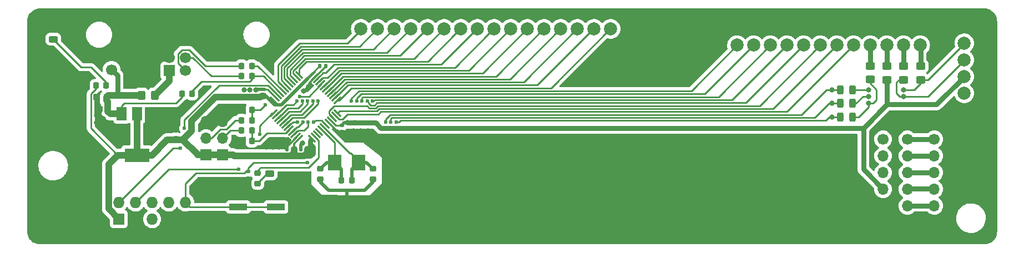
<source format=gbr>
G04 #@! TF.GenerationSoftware,KiCad,Pcbnew,7.0.1*
G04 #@! TF.CreationDate,2023-10-20T10:46:15+03:00*
G04 #@! TF.ProjectId,modelh,6d6f6465-6c68-42e6-9b69-6361645f7063,v0.1*
G04 #@! TF.SameCoordinates,Original*
G04 #@! TF.FileFunction,Copper,L1,Top*
G04 #@! TF.FilePolarity,Positive*
%FSLAX46Y46*%
G04 Gerber Fmt 4.6, Leading zero omitted, Abs format (unit mm)*
G04 Created by KiCad (PCBNEW 7.0.1) date 2023-10-20 10:46:15*
%MOMM*%
%LPD*%
G01*
G04 APERTURE LIST*
G04 Aperture macros list*
%AMRoundRect*
0 Rectangle with rounded corners*
0 $1 Rounding radius*
0 $2 $3 $4 $5 $6 $7 $8 $9 X,Y pos of 4 corners*
0 Add a 4 corners polygon primitive as box body*
4,1,4,$2,$3,$4,$5,$6,$7,$8,$9,$2,$3,0*
0 Add four circle primitives for the rounded corners*
1,1,$1+$1,$2,$3*
1,1,$1+$1,$4,$5*
1,1,$1+$1,$6,$7*
1,1,$1+$1,$8,$9*
0 Add four rect primitives between the rounded corners*
20,1,$1+$1,$2,$3,$4,$5,0*
20,1,$1+$1,$4,$5,$6,$7,0*
20,1,$1+$1,$6,$7,$8,$9,0*
20,1,$1+$1,$8,$9,$2,$3,0*%
G04 Aperture macros list end*
G04 #@! TA.AperFunction,ComponentPad*
%ADD10C,2.000000*%
G04 #@! TD*
G04 #@! TA.AperFunction,ComponentPad*
%ADD11R,1.700000X1.700000*%
G04 #@! TD*
G04 #@! TA.AperFunction,ComponentPad*
%ADD12C,1.700000*%
G04 #@! TD*
G04 #@! TA.AperFunction,ComponentPad*
%ADD13C,3.500000*%
G04 #@! TD*
G04 #@! TA.AperFunction,SMDPad,CuDef*
%ADD14RoundRect,0.218750X-0.218750X-0.256250X0.218750X-0.256250X0.218750X0.256250X-0.218750X0.256250X0*%
G04 #@! TD*
G04 #@! TA.AperFunction,SMDPad,CuDef*
%ADD15RoundRect,0.218750X0.256250X-0.218750X0.256250X0.218750X-0.256250X0.218750X-0.256250X-0.218750X0*%
G04 #@! TD*
G04 #@! TA.AperFunction,SMDPad,CuDef*
%ADD16R,1.500000X2.000000*%
G04 #@! TD*
G04 #@! TA.AperFunction,SMDPad,CuDef*
%ADD17R,3.800000X2.000000*%
G04 #@! TD*
G04 #@! TA.AperFunction,SMDPad,CuDef*
%ADD18RoundRect,0.218750X0.218750X0.256250X-0.218750X0.256250X-0.218750X-0.256250X0.218750X-0.256250X0*%
G04 #@! TD*
G04 #@! TA.AperFunction,ComponentPad*
%ADD19R,1.727200X1.727200*%
G04 #@! TD*
G04 #@! TA.AperFunction,ComponentPad*
%ADD20O,1.727200X1.727200*%
G04 #@! TD*
G04 #@! TA.AperFunction,SMDPad,CuDef*
%ADD21RoundRect,0.218750X-0.256250X0.218750X-0.256250X-0.218750X0.256250X-0.218750X0.256250X0.218750X0*%
G04 #@! TD*
G04 #@! TA.AperFunction,SMDPad,CuDef*
%ADD22RoundRect,0.147500X0.172500X-0.147500X0.172500X0.147500X-0.172500X0.147500X-0.172500X-0.147500X0*%
G04 #@! TD*
G04 #@! TA.AperFunction,SMDPad,CuDef*
%ADD23RoundRect,0.147500X0.147500X0.172500X-0.147500X0.172500X-0.147500X-0.172500X0.147500X-0.172500X0*%
G04 #@! TD*
G04 #@! TA.AperFunction,SMDPad,CuDef*
%ADD24R,2.750000X1.000000*%
G04 #@! TD*
G04 #@! TA.AperFunction,ComponentPad*
%ADD25O,1.700000X1.700000*%
G04 #@! TD*
G04 #@! TA.AperFunction,SMDPad,CuDef*
%ADD26RoundRect,0.075000X0.521491X-0.415425X-0.415425X0.521491X-0.521491X0.415425X0.415425X-0.521491X0*%
G04 #@! TD*
G04 #@! TA.AperFunction,SMDPad,CuDef*
%ADD27RoundRect,0.075000X0.521491X0.415425X0.415425X0.521491X-0.521491X-0.415425X-0.415425X-0.521491X0*%
G04 #@! TD*
G04 #@! TA.AperFunction,SMDPad,CuDef*
%ADD28R,2.000000X2.400000*%
G04 #@! TD*
G04 #@! TA.AperFunction,SMDPad,CuDef*
%ADD29RoundRect,0.243750X0.456250X-0.243750X0.456250X0.243750X-0.456250X0.243750X-0.456250X-0.243750X0*%
G04 #@! TD*
G04 #@! TA.AperFunction,SMDPad,CuDef*
%ADD30RoundRect,0.147500X-0.172500X0.147500X-0.172500X-0.147500X0.172500X-0.147500X0.172500X0.147500X0*%
G04 #@! TD*
G04 #@! TA.AperFunction,SMDPad,CuDef*
%ADD31RoundRect,0.250000X-0.450000X0.325000X-0.450000X-0.325000X0.450000X-0.325000X0.450000X0.325000X0*%
G04 #@! TD*
G04 #@! TA.AperFunction,SMDPad,CuDef*
%ADD32RoundRect,0.243750X0.243750X0.456250X-0.243750X0.456250X-0.243750X-0.456250X0.243750X-0.456250X0*%
G04 #@! TD*
G04 #@! TA.AperFunction,SMDPad,CuDef*
%ADD33RoundRect,0.147500X-0.147500X-0.172500X0.147500X-0.172500X0.147500X0.172500X-0.147500X0.172500X0*%
G04 #@! TD*
G04 #@! TA.AperFunction,SMDPad,CuDef*
%ADD34RoundRect,0.250000X-0.325000X-0.450000X0.325000X-0.450000X0.325000X0.450000X-0.325000X0.450000X0*%
G04 #@! TD*
G04 #@! TA.AperFunction,SMDPad,CuDef*
%ADD35RoundRect,0.243750X-0.456250X0.243750X-0.456250X-0.243750X0.456250X-0.243750X0.456250X0.243750X0*%
G04 #@! TD*
G04 #@! TA.AperFunction,ViaPad*
%ADD36C,0.800000*%
G04 #@! TD*
G04 #@! TA.AperFunction,ViaPad*
%ADD37C,0.600000*%
G04 #@! TD*
G04 #@! TA.AperFunction,Conductor*
%ADD38C,0.500000*%
G04 #@! TD*
G04 #@! TA.AperFunction,Conductor*
%ADD39C,0.250000*%
G04 #@! TD*
G04 #@! TA.AperFunction,Conductor*
%ADD40C,0.800000*%
G04 #@! TD*
G04 #@! TA.AperFunction,Conductor*
%ADD41C,1.000000*%
G04 #@! TD*
G04 #@! TA.AperFunction,Conductor*
%ADD42C,0.300000*%
G04 #@! TD*
G04 APERTURE END LIST*
D10*
X208750000Y-53300000D03*
X208750000Y-55840000D03*
X208750000Y-58380000D03*
X208750000Y-60920000D03*
D11*
X87470000Y-57490000D03*
D12*
X89970000Y-57490000D03*
X89970000Y-55490000D03*
X87470000Y-55490000D03*
D13*
X82700000Y-52780000D03*
X94740000Y-52780000D03*
D14*
X98482500Y-58340000D03*
X100057500Y-58340000D03*
D15*
X87170000Y-68027500D03*
X87170000Y-66452500D03*
D16*
X84820000Y-64090000D03*
X82520000Y-64090000D03*
D17*
X82520000Y-70390000D03*
D16*
X80220000Y-64090000D03*
D14*
X98482500Y-56740000D03*
X100057500Y-56740000D03*
X98482500Y-66640000D03*
X100057500Y-66640000D03*
D18*
X100057500Y-65040000D03*
X98482500Y-65040000D03*
D19*
X79770000Y-80140000D03*
D20*
X79770000Y-77600000D03*
X82310000Y-80140000D03*
X82310000Y-77600000D03*
X84850000Y-80140000D03*
X84850000Y-77600000D03*
X87390000Y-80140000D03*
X87390000Y-77600000D03*
X89930000Y-80140000D03*
X89930000Y-77600000D03*
D21*
X118520000Y-72452500D03*
X118520000Y-74027500D03*
D18*
X115307500Y-74240000D03*
X113732500Y-74240000D03*
D22*
X101870000Y-61325000D03*
X101870000Y-60355000D03*
D23*
X108505000Y-69440000D03*
X107535000Y-69440000D03*
D24*
X103750000Y-82290000D03*
X97990000Y-82290000D03*
X103750000Y-78290000D03*
X97990000Y-78290000D03*
D11*
X95610000Y-70340000D03*
X93070000Y-70340000D03*
D25*
X95610000Y-67800000D03*
X93070000Y-67800000D03*
X95610000Y-65260000D03*
X93070000Y-65260000D03*
D23*
X78040000Y-63240000D03*
X77070000Y-63240000D03*
D22*
X88470000Y-67675000D03*
X88470000Y-66705000D03*
D26*
X109268788Y-67877876D03*
X109622342Y-67524322D03*
X109975895Y-67170769D03*
X110329449Y-66817215D03*
X110683002Y-66463662D03*
X111036555Y-66110109D03*
X111390109Y-65756555D03*
X111743662Y-65403002D03*
X112097215Y-65049449D03*
X112450769Y-64695895D03*
X112804322Y-64342342D03*
X113157876Y-63988788D03*
D27*
X113157876Y-61991212D03*
X112804322Y-61637658D03*
X112450769Y-61284105D03*
X112097215Y-60930551D03*
X111743662Y-60576998D03*
X111390109Y-60223445D03*
X111036555Y-59869891D03*
X110683002Y-59516338D03*
X110329449Y-59162785D03*
X109975895Y-58809231D03*
X109622342Y-58455678D03*
X109268788Y-58102124D03*
D26*
X107271212Y-58102124D03*
X106917658Y-58455678D03*
X106564105Y-58809231D03*
X106210551Y-59162785D03*
X105856998Y-59516338D03*
X105503445Y-59869891D03*
X105149891Y-60223445D03*
X104796338Y-60576998D03*
X104442785Y-60930551D03*
X104089231Y-61284105D03*
X103735678Y-61637658D03*
X103382124Y-61991212D03*
D27*
X103382124Y-63988788D03*
X103735678Y-64342342D03*
X104089231Y-64695895D03*
X104442785Y-65049449D03*
X104796338Y-65403002D03*
X105149891Y-65756555D03*
X105503445Y-66110109D03*
X105856998Y-66463662D03*
X106210551Y-66817215D03*
X106564105Y-67170769D03*
X106917658Y-67524322D03*
X107271212Y-67877876D03*
D18*
X90957500Y-61040000D03*
X89382500Y-61040000D03*
D23*
X106355000Y-69440000D03*
X105385000Y-69440000D03*
D12*
X204170000Y-67940000D03*
D25*
X204170000Y-70480000D03*
X204170000Y-73020000D03*
X204170000Y-75560000D03*
X204170000Y-78100000D03*
D21*
X110520000Y-72452500D03*
X110520000Y-74027500D03*
D12*
X200070000Y-67940000D03*
D25*
X200070000Y-70480000D03*
X200070000Y-73020000D03*
X200070000Y-75560000D03*
X200070000Y-78100000D03*
D12*
X196370000Y-67940000D03*
D25*
X196370000Y-70480000D03*
X196370000Y-73020000D03*
X196370000Y-75560000D03*
X196370000Y-78100000D03*
D28*
X116370000Y-71490000D03*
X112670000Y-71490000D03*
D29*
X102770000Y-75077500D03*
X102770000Y-73202500D03*
D21*
X100970000Y-73152500D03*
X100970000Y-74727500D03*
D18*
X100057500Y-68240000D03*
X98482500Y-68240000D03*
X100057500Y-63440000D03*
X98482500Y-63440000D03*
D10*
X174080000Y-53600000D03*
X176620000Y-53600000D03*
X179160000Y-53600000D03*
X181700000Y-53600000D03*
X184240000Y-53600000D03*
X186780000Y-53600000D03*
X189320000Y-53600000D03*
X191860000Y-53600000D03*
X194400000Y-53600000D03*
X196940000Y-53600000D03*
X199480000Y-53600000D03*
X202020000Y-53600000D03*
D30*
X99470000Y-72905000D03*
X99470000Y-73875000D03*
D31*
X196970000Y-56815000D03*
X196970000Y-58865000D03*
X194370000Y-56790000D03*
X194370000Y-58840000D03*
X202070000Y-56815000D03*
X202070000Y-58865000D03*
X199470000Y-56815000D03*
X199470000Y-58865000D03*
D32*
X191737500Y-60440000D03*
X189862500Y-60440000D03*
X191737500Y-62470000D03*
X189862500Y-62470000D03*
X191737500Y-64540000D03*
X189862500Y-64540000D03*
D33*
X110385000Y-56740000D03*
X111355000Y-56740000D03*
D34*
X83245000Y-61240000D03*
X85295000Y-61240000D03*
D10*
X116700000Y-51100000D03*
X119240000Y-51100000D03*
X121780000Y-51100000D03*
X124320000Y-51100000D03*
X126860000Y-51100000D03*
X129400000Y-51100000D03*
X131940000Y-51100000D03*
X134480000Y-51100000D03*
X137020000Y-51100000D03*
X139560000Y-51100000D03*
X142100000Y-51100000D03*
X144640000Y-51100000D03*
X147180000Y-51100000D03*
X149720000Y-51100000D03*
X152260000Y-51100000D03*
X154800000Y-51100000D03*
D12*
X78670000Y-57340000D03*
D18*
X77870000Y-61540000D03*
X76295000Y-61540000D03*
D35*
X69770000Y-50802500D03*
X69770000Y-52677500D03*
D14*
X76282500Y-59740000D03*
X77857500Y-59740000D03*
D30*
X113800000Y-65815000D03*
X113800000Y-66785000D03*
D36*
X102270000Y-69110000D03*
X138000000Y-69000000D03*
X136000000Y-69000000D03*
X134000000Y-69000000D03*
X130000000Y-69000000D03*
X132000000Y-69000000D03*
X148000000Y-69000000D03*
X146000000Y-69000000D03*
X150000000Y-69000000D03*
X158000000Y-69000000D03*
X156000000Y-69000000D03*
X152000000Y-69000000D03*
X154000000Y-69000000D03*
X144000000Y-69000000D03*
X140000000Y-69000000D03*
X142000000Y-69000000D03*
X178000000Y-69000000D03*
X170000000Y-69000000D03*
X176000000Y-69000000D03*
X164000000Y-69000000D03*
X172000000Y-69000000D03*
X174000000Y-69000000D03*
X166000000Y-69000000D03*
X168000000Y-69000000D03*
X162000000Y-69000000D03*
X160000000Y-69000000D03*
X148000000Y-83000000D03*
X170000000Y-83000000D03*
X154000000Y-83000000D03*
X168000000Y-83000000D03*
X156000000Y-83000000D03*
X116000000Y-83000000D03*
X162000000Y-83000000D03*
X166000000Y-83000000D03*
X160000000Y-83000000D03*
X114000000Y-83000000D03*
X152000000Y-83000000D03*
X150000000Y-83000000D03*
X164000000Y-83000000D03*
X158000000Y-83000000D03*
X172000000Y-83000000D03*
X118000000Y-83000000D03*
X146000000Y-83000000D03*
X138000000Y-83000000D03*
X144000000Y-83000000D03*
X132000000Y-83000000D03*
X140000000Y-83000000D03*
X126000000Y-83000000D03*
X142000000Y-83000000D03*
X174000000Y-83000000D03*
X134000000Y-83000000D03*
X124000000Y-83000000D03*
X120000000Y-83000000D03*
X122000000Y-83000000D03*
X136000000Y-83000000D03*
X130000000Y-83000000D03*
X128000000Y-83000000D03*
X112000000Y-83000000D03*
X176000000Y-83000000D03*
X108000000Y-83000000D03*
X110000000Y-83000000D03*
X178000000Y-83000000D03*
X182000000Y-83000000D03*
X186000000Y-83000000D03*
X190000000Y-83000000D03*
X184000000Y-83000000D03*
X194000000Y-83000000D03*
X192000000Y-83000000D03*
X188000000Y-83000000D03*
X180000000Y-83000000D03*
X211000000Y-49000000D03*
X199000000Y-49000000D03*
X207000000Y-49000000D03*
X203000000Y-49000000D03*
X209000000Y-49000000D03*
X205000000Y-49000000D03*
X201000000Y-49000000D03*
X195000000Y-49000000D03*
X193000000Y-49000000D03*
X197000000Y-49000000D03*
X181000000Y-49000000D03*
X177000000Y-49000000D03*
X185000000Y-49000000D03*
X183000000Y-49000000D03*
X187000000Y-49000000D03*
X179000000Y-49000000D03*
X191000000Y-49000000D03*
X175000000Y-49000000D03*
X189000000Y-49000000D03*
X173000000Y-49000000D03*
X171000000Y-49000000D03*
X167000000Y-49000000D03*
X163000000Y-49000000D03*
X159000000Y-49000000D03*
X153000000Y-49000000D03*
X161000000Y-49000000D03*
X155000000Y-49000000D03*
X157000000Y-49000000D03*
X169000000Y-49000000D03*
X165000000Y-49000000D03*
X143000000Y-49000000D03*
X151000000Y-49000000D03*
X133000000Y-49000000D03*
X145000000Y-49000000D03*
X139000000Y-49000000D03*
X149000000Y-49000000D03*
X141000000Y-49000000D03*
X135000000Y-49000000D03*
X147000000Y-49000000D03*
X137000000Y-49000000D03*
X113000000Y-49000000D03*
X131000000Y-49000000D03*
X115000000Y-49000000D03*
X123000000Y-49000000D03*
X117000000Y-49000000D03*
X127000000Y-49000000D03*
X121000000Y-49000000D03*
X129000000Y-49000000D03*
X119000000Y-49000000D03*
X125000000Y-49000000D03*
X67000000Y-81000000D03*
X67000000Y-79000000D03*
X213000000Y-63000000D03*
X76370000Y-64340000D03*
X149000000Y-59000000D03*
X79000000Y-49000000D03*
X67000000Y-67000000D03*
X90000000Y-52000000D03*
X87870000Y-64440000D03*
X108000000Y-60600000D03*
X105000000Y-49000000D03*
X88870000Y-63440000D03*
X103270000Y-69110010D03*
X99000000Y-49000000D03*
X126000000Y-69000000D03*
X77000000Y-49000000D03*
X151000000Y-59000000D03*
X178000000Y-77000000D03*
X184000000Y-69000000D03*
X205000000Y-55000000D03*
X205000000Y-65000000D03*
X205000000Y-51000000D03*
X67000000Y-59000000D03*
X126000000Y-79000000D03*
X213000000Y-59000000D03*
X73000000Y-49000000D03*
X98870000Y-60440000D03*
X75000000Y-49000000D03*
X190000000Y-69000000D03*
X86870000Y-63440000D03*
X71000000Y-83000000D03*
X81000000Y-83000000D03*
X67000000Y-63000000D03*
X213000000Y-53000000D03*
X88870000Y-64440000D03*
X67000000Y-51000000D03*
X113570000Y-77140000D03*
X167000000Y-59000000D03*
X87870000Y-63440000D03*
X88000000Y-50000000D03*
X104500000Y-73750000D03*
X124000000Y-69000000D03*
X204000000Y-83000000D03*
X108000000Y-73750000D03*
X99770000Y-60440000D03*
X117800000Y-66700000D03*
X76370000Y-65440000D03*
X115570000Y-66690000D03*
X108700000Y-59900004D03*
X203000000Y-65000000D03*
X95000000Y-49000000D03*
X122000000Y-69000000D03*
X85000000Y-49000000D03*
X213000000Y-69000000D03*
X101000000Y-49000000D03*
X206000000Y-83000000D03*
X67000000Y-65000000D03*
X77000000Y-83000000D03*
X98250000Y-74500000D03*
X178000000Y-81000000D03*
X93000000Y-49000000D03*
X67000000Y-61000000D03*
X79000000Y-83000000D03*
X69000000Y-49000000D03*
X126000000Y-81000000D03*
X163000000Y-59000000D03*
X199000000Y-65000000D03*
X87000000Y-83000000D03*
X213000000Y-77000000D03*
X100670000Y-60459990D03*
X86870000Y-64440000D03*
X92000000Y-50000000D03*
X86000000Y-52000000D03*
X126000000Y-73000000D03*
X208000000Y-83000000D03*
X126000000Y-71000000D03*
X200000000Y-83000000D03*
X186000000Y-69000000D03*
X178000000Y-79000000D03*
X77370000Y-64840000D03*
X73000000Y-83000000D03*
X213000000Y-51000000D03*
X67000000Y-77000000D03*
X97000000Y-49000000D03*
X114570000Y-77140000D03*
X115570000Y-77140000D03*
X107000000Y-49000000D03*
X106000000Y-83000000D03*
X178000000Y-73000000D03*
X88000000Y-52000000D03*
X213000000Y-61000000D03*
X153000000Y-59000000D03*
X107794990Y-68540000D03*
X178000000Y-75000000D03*
X128000000Y-69000000D03*
X155000000Y-59000000D03*
X77370000Y-65940000D03*
X116700000Y-66700000D03*
X205000000Y-53000000D03*
X201000000Y-65000000D03*
X213000000Y-65000000D03*
X83000000Y-83000000D03*
X89000000Y-83000000D03*
X213000000Y-55000000D03*
X196000000Y-83000000D03*
X83000000Y-49000000D03*
X93000000Y-83000000D03*
X213000000Y-57000000D03*
X67000000Y-53000000D03*
X96500000Y-76000000D03*
X98250000Y-76000000D03*
X197000000Y-65000000D03*
X85000000Y-83000000D03*
X67000000Y-75000000D03*
X182000000Y-69000000D03*
X157000000Y-59000000D03*
X213000000Y-75000000D03*
X96500000Y-74500000D03*
X198000000Y-83000000D03*
X69000000Y-83000000D03*
X106250000Y-73750000D03*
X159000000Y-59000000D03*
X91000000Y-83000000D03*
X188000000Y-69000000D03*
X120000000Y-69000000D03*
X213000000Y-73000000D03*
X81000000Y-49000000D03*
X90000000Y-50000000D03*
X213000000Y-71000000D03*
X126000000Y-77000000D03*
X67000000Y-57000000D03*
X86000000Y-50000000D03*
X67000000Y-55000000D03*
X161000000Y-59000000D03*
X202000000Y-83000000D03*
X213000000Y-67000000D03*
X165000000Y-59000000D03*
X103000000Y-49000000D03*
X104270000Y-69110010D03*
X109000000Y-49000000D03*
X92000000Y-52000000D03*
X178000000Y-71000000D03*
X213000000Y-79000000D03*
X180000000Y-69000000D03*
X126000000Y-75000000D03*
X111000000Y-49000000D03*
X71000000Y-49000000D03*
X67000000Y-69000000D03*
X194170000Y-62440000D03*
X199470000Y-61440000D03*
X194157340Y-61427340D03*
X199470000Y-60440000D03*
X194170161Y-60427411D03*
X109370000Y-70140000D03*
X114670000Y-65440000D03*
X109370000Y-69140000D03*
X115720000Y-65440000D03*
D37*
X109528158Y-65366699D03*
X108520000Y-71540004D03*
X107770000Y-62140000D03*
X117670000Y-62140000D03*
X106970000Y-62140000D03*
X118470000Y-62140000D03*
X108570000Y-62140000D03*
X116870000Y-62140000D03*
X109370000Y-62140000D03*
X116070000Y-62140000D03*
X110170000Y-62140000D03*
X115270000Y-62140000D03*
X101270000Y-67215000D03*
X98020000Y-72490000D03*
X89800000Y-66300000D03*
X89200000Y-69300000D03*
D36*
X188590000Y-60420000D03*
D37*
X108670000Y-65340000D03*
X120470000Y-65340000D03*
X107870000Y-65340000D03*
D36*
X188540000Y-62470000D03*
D37*
X121270000Y-65340000D03*
X122070000Y-65340000D03*
X107028051Y-65298051D03*
D36*
X188570000Y-64540000D03*
D37*
X107400000Y-61400000D03*
X102100000Y-62700000D03*
D38*
X100774990Y-60355000D02*
X100670000Y-60459990D01*
D39*
X103735678Y-61637658D02*
X102453020Y-60355000D01*
D38*
X110520000Y-74465000D02*
X111795000Y-75740000D01*
X110520000Y-74027500D02*
X110520000Y-74465000D01*
X118520000Y-74465000D02*
X117245000Y-75740000D01*
X107535000Y-69490000D02*
X107535000Y-68799990D01*
X77070000Y-63640000D02*
X76370000Y-64340000D01*
D39*
X109622342Y-58455678D02*
X109657554Y-58455678D01*
D38*
X105214990Y-69410010D02*
X105385000Y-69240000D01*
X111795000Y-75740000D02*
X114570000Y-75740000D01*
D39*
X106917658Y-67524322D02*
X105385000Y-69056980D01*
X108700000Y-59378020D02*
X108700000Y-59900004D01*
X105385000Y-69056980D02*
X105385000Y-69240000D01*
X109622342Y-58455678D02*
X108700000Y-59378020D01*
D38*
X114570000Y-75740000D02*
X114570000Y-77140000D01*
D39*
X102453020Y-60355000D02*
X101870000Y-60355000D01*
D38*
X77070000Y-63240000D02*
X77070000Y-63640000D01*
D40*
X87170000Y-66452500D02*
X87170000Y-64990000D01*
D39*
X111743662Y-65403002D02*
X113125660Y-66785000D01*
D38*
X107535000Y-68799990D02*
X107794990Y-68540000D01*
X118520000Y-74027500D02*
X118520000Y-74465000D01*
X114570000Y-75740000D02*
X117245000Y-75740000D01*
D39*
X111355000Y-56758232D02*
X111355000Y-56740000D01*
X113125660Y-66785000D02*
X113800000Y-66785000D01*
X106917658Y-67524322D02*
X106882318Y-67524322D01*
D38*
X76295000Y-61540000D02*
X76295000Y-64265000D01*
D39*
X111743662Y-65403002D02*
X111748002Y-65403002D01*
X109657554Y-58455678D02*
X111355000Y-56758232D01*
D38*
X101870000Y-60355000D02*
X100774990Y-60355000D01*
X76295000Y-64265000D02*
X76370000Y-64340000D01*
D41*
X83245000Y-61240000D02*
X79570000Y-61240000D01*
X77870000Y-62015000D02*
X78065010Y-62210010D01*
D39*
X80620000Y-62440000D02*
X88457500Y-62440000D01*
D41*
X79570000Y-61240000D02*
X78170000Y-61240000D01*
X78065010Y-63685010D02*
X78470000Y-64090000D01*
X78470000Y-64090000D02*
X80220000Y-64090000D01*
D39*
X88457500Y-62440000D02*
X89382500Y-61515000D01*
X89382500Y-61515000D02*
X89382500Y-61040000D01*
D41*
X78170000Y-61240000D02*
X77870000Y-61540000D01*
D39*
X80220000Y-62840000D02*
X80620000Y-62440000D01*
X80220000Y-64090000D02*
X80220000Y-62840000D01*
D41*
X77870000Y-61540000D02*
X77870000Y-62015000D01*
D40*
X79570000Y-58240000D02*
X78670000Y-57340000D01*
X79570000Y-61240000D02*
X79570000Y-58240000D01*
D41*
X78065010Y-62210010D02*
X78065010Y-63685010D01*
D39*
X194870000Y-62440000D02*
X195370000Y-61940000D01*
X191737500Y-64540000D02*
X192670000Y-64540000D01*
X195370000Y-61940000D02*
X195370000Y-60415000D01*
X194170000Y-62440000D02*
X194870000Y-62440000D01*
X194370000Y-59415000D02*
X194370000Y-58840000D01*
X192670000Y-64540000D02*
X194170000Y-63040000D01*
X195370000Y-60415000D02*
X194370000Y-59415000D01*
X194170000Y-63040000D02*
X194170000Y-62440000D01*
X198370000Y-59265000D02*
X198770000Y-58865000D01*
X198904315Y-61440000D02*
X198370000Y-60905685D01*
X198770000Y-58865000D02*
X199470000Y-58865000D01*
X198370000Y-60905685D02*
X198370000Y-59265000D01*
X203170000Y-61440000D02*
X208770000Y-55840000D01*
X199470000Y-61440000D02*
X203170000Y-61440000D01*
X191737500Y-62470000D02*
X192240000Y-62470000D01*
X193282660Y-61427340D02*
X194157340Y-61427340D01*
X199470000Y-61440000D02*
X198904315Y-61440000D01*
X192240000Y-62470000D02*
X193282660Y-61427340D01*
X201070000Y-60440000D02*
X202070000Y-59440000D01*
X202070000Y-59440000D02*
X202070000Y-58865000D01*
X199470000Y-60440000D02*
X201070000Y-60440000D01*
X191587500Y-60420000D02*
X194162750Y-60420000D01*
X203195000Y-58865000D02*
X202070000Y-58865000D01*
X208760000Y-53300000D02*
X203195000Y-58865000D01*
X208770000Y-53300000D02*
X208760000Y-53300000D01*
X194162750Y-60420000D02*
X194170161Y-60427411D01*
X75532500Y-56940000D02*
X74032500Y-56940000D01*
X77857500Y-59265000D02*
X75532500Y-56940000D01*
X74032500Y-56940000D02*
X69770000Y-52677500D01*
X77857500Y-59740000D02*
X77857500Y-59265000D01*
X91020000Y-55490000D02*
X89970000Y-55490000D01*
X98482500Y-58340000D02*
X93870000Y-58340000D01*
X93870000Y-58340000D02*
X91020000Y-55490000D01*
X90534001Y-54314999D02*
X92959002Y-56740000D01*
X89970000Y-57490000D02*
X88794999Y-56314999D01*
X89405999Y-54314999D02*
X90534001Y-54314999D01*
X88794999Y-56314999D02*
X88794999Y-54925999D01*
X92959002Y-56740000D02*
X98482500Y-56740000D01*
X88794999Y-54925999D02*
X89405999Y-54314999D01*
D38*
X114670000Y-65440000D02*
X114670000Y-65440000D01*
D40*
X115720000Y-65440000D02*
X118970000Y-65440000D01*
D41*
X101569986Y-61350010D02*
X101360005Y-61559991D01*
D38*
X102856212Y-61991212D02*
X103240688Y-61991212D01*
D40*
X108800000Y-69490000D02*
X108970001Y-69319999D01*
X119770001Y-66240001D02*
X120109999Y-66240001D01*
D39*
X79620000Y-70390000D02*
X75519990Y-66289990D01*
D41*
X101360005Y-61559991D02*
X94476007Y-61559991D01*
D38*
X103240688Y-61991212D02*
X103311406Y-62061930D01*
D41*
X84807500Y-70390000D02*
X87170000Y-68027500D01*
D38*
X108505000Y-69490000D02*
X108505000Y-69810000D01*
D41*
X106033552Y-70510010D02*
X106530010Y-70013552D01*
D40*
X109370000Y-70114682D02*
X109370000Y-69140000D01*
D39*
X109268788Y-58102124D02*
X109268788Y-57856212D01*
D42*
X109268788Y-58102124D02*
X109056656Y-58102124D01*
D38*
X102190000Y-61325000D02*
X102856212Y-61991212D01*
D39*
X112862766Y-65815000D02*
X113800000Y-65815000D01*
D38*
X108554999Y-69539999D02*
X108505000Y-69490000D01*
D40*
X196970000Y-62640000D02*
X204510000Y-62640000D01*
D41*
X88092510Y-68027500D02*
X87170000Y-68027500D01*
X82520000Y-64090000D02*
X82520000Y-70390000D01*
D40*
X108970001Y-68176663D02*
X109092004Y-68054660D01*
D39*
X76282500Y-60215000D02*
X75519990Y-60977510D01*
D41*
X91770000Y-70265000D02*
X89532500Y-68027500D01*
D40*
X193370000Y-66240000D02*
X196970000Y-62640000D01*
D41*
X108530010Y-70013552D02*
X108530010Y-69490000D01*
D38*
X108970001Y-69539999D02*
X108554999Y-69539999D01*
D41*
X90900000Y-65135998D02*
X90900000Y-66660000D01*
D38*
X114670000Y-65440000D02*
X114175000Y-65440000D01*
D41*
X79770000Y-80140000D02*
X78206399Y-78576399D01*
X94476007Y-61559991D02*
X90900000Y-65135998D01*
D39*
X75519990Y-60977510D02*
X75519990Y-66289990D01*
D41*
X95610000Y-70340000D02*
X93070000Y-70340000D01*
D40*
X108505000Y-69490000D02*
X108800000Y-69490000D01*
D38*
X108054990Y-70260010D02*
X108375000Y-69940000D01*
D41*
X78206399Y-78576399D02*
X78206399Y-71803601D01*
D40*
X120109999Y-66240000D02*
X193370000Y-66240000D01*
D42*
X108632417Y-58526363D02*
X108632417Y-58632417D01*
D38*
X106490010Y-70260010D02*
X106505000Y-70245020D01*
D40*
X196970000Y-62640000D02*
X196970000Y-58865000D01*
X118970000Y-65440000D02*
X119770001Y-66240001D01*
D41*
X93070000Y-70340000D02*
X91770000Y-70340000D01*
D38*
X102856212Y-61991212D02*
X103549159Y-62684159D01*
D40*
X204510000Y-62640000D02*
X208770000Y-58380000D01*
D41*
X89532500Y-68027500D02*
X88092510Y-68027500D01*
D38*
X103549159Y-62684159D02*
X104580675Y-62684159D01*
D42*
X109268788Y-58102124D02*
X109268788Y-57956212D01*
D38*
X108054990Y-70260010D02*
X106490010Y-70260010D01*
D39*
X76282500Y-59740000D02*
X76282500Y-60215000D01*
D38*
X101870000Y-61325000D02*
X102190000Y-61325000D01*
D40*
X108033552Y-70510010D02*
X108974672Y-70510010D01*
D41*
X101870000Y-61350010D02*
X101569986Y-61350010D01*
X78206399Y-71803601D02*
X79620000Y-70390000D01*
D40*
X108970001Y-69319999D02*
X108970001Y-68176663D01*
D41*
X106033552Y-70510010D02*
X97399989Y-70510011D01*
X79620000Y-70390000D02*
X82520000Y-70390000D01*
X82520000Y-70390000D02*
X84807500Y-70390000D01*
D42*
X106505000Y-69490000D02*
X106505000Y-68644088D01*
D41*
X91770000Y-70340000D02*
X91770000Y-70265000D01*
D40*
X108970001Y-68740001D02*
X108970001Y-68176663D01*
D41*
X106033552Y-70510010D02*
X108033552Y-70510010D01*
D38*
X109370000Y-69140000D02*
X108970001Y-69539999D01*
X114175000Y-65440000D02*
X113800000Y-65815000D01*
D41*
X97399989Y-70510011D02*
X97229978Y-70340000D01*
D38*
X108632417Y-58632417D02*
X108575841Y-58688993D01*
D39*
X112097215Y-65049449D02*
X112862766Y-65815000D01*
D38*
X108505000Y-69490000D02*
X109020000Y-69490000D01*
X106505000Y-70245020D02*
X106505000Y-69490000D01*
D42*
X103382124Y-62203344D02*
X103382124Y-61991212D01*
D39*
X109268788Y-57856212D02*
X110385000Y-56740000D01*
D41*
X108033552Y-70510010D02*
X108530010Y-70013552D01*
D40*
X109370000Y-69140000D02*
X108970001Y-68740001D01*
D41*
X106530010Y-70013552D02*
X106530010Y-69490000D01*
D40*
X193370000Y-72560000D02*
X196370000Y-75560000D01*
D41*
X90900000Y-66660000D02*
X89532500Y-68027500D01*
D40*
X108974672Y-70510010D02*
X109370000Y-70114682D01*
D38*
X104580675Y-62684159D02*
X108632417Y-58632417D01*
X108505000Y-69810000D02*
X108054990Y-70260010D01*
D42*
X106505000Y-68644088D02*
X107271212Y-67877876D01*
D38*
X109020000Y-69490000D02*
X109370000Y-69140000D01*
D41*
X97229978Y-70340000D02*
X95610000Y-70340000D01*
D42*
X109056656Y-58102124D02*
X108632417Y-58526363D01*
D40*
X114670000Y-65440000D02*
X115720000Y-65440000D01*
X193370000Y-66240000D02*
X193370000Y-72560000D01*
D39*
X100970000Y-74640000D02*
X102407500Y-73202500D01*
X102407500Y-73202500D02*
X102770000Y-73202500D01*
X100970000Y-74727500D02*
X100970000Y-74640000D01*
X93870998Y-67800000D02*
X95235997Y-66435001D01*
X93070000Y-67800000D02*
X93870998Y-67800000D01*
X95235997Y-66435001D02*
X96174999Y-66435001D01*
X97570000Y-65040000D02*
X98045000Y-65040000D01*
X96174999Y-66435001D02*
X97570000Y-65040000D01*
X98045000Y-65040000D02*
X98482500Y-65040000D01*
X96770000Y-66640000D02*
X95610000Y-67800000D01*
X98482500Y-66640000D02*
X96770000Y-66640000D01*
D38*
X115307500Y-74240000D02*
X115307500Y-72552500D01*
D39*
X116370000Y-71290000D02*
X116370000Y-71490000D01*
D38*
X116370000Y-71490000D02*
X117557500Y-71490000D01*
X117557500Y-71490000D02*
X118520000Y-72452500D01*
D39*
X111036555Y-66110109D02*
X114966446Y-70040000D01*
D38*
X115307500Y-72552500D02*
X116370000Y-71490000D01*
D39*
X114966446Y-70040000D02*
X115120000Y-70040000D01*
X115120000Y-70040000D02*
X116370000Y-71290000D01*
X112670000Y-68450660D02*
X112670000Y-71490000D01*
D38*
X111482500Y-71490000D02*
X110520000Y-72452500D01*
X113732500Y-72552500D02*
X112670000Y-71490000D01*
D39*
X110683002Y-66463662D02*
X112670000Y-68450660D01*
D38*
X113732500Y-74240000D02*
X113732500Y-72552500D01*
D39*
X110683002Y-66463662D02*
X110693662Y-66463662D01*
D38*
X112670000Y-71490000D02*
X111482500Y-71490000D01*
D39*
X97990000Y-78290000D02*
X103750000Y-78290000D01*
X111390109Y-65756555D02*
X110723554Y-65090000D01*
X110723554Y-65090000D02*
X109804857Y-65090000D01*
X90620000Y-78290000D02*
X89930000Y-77600000D01*
X89930000Y-74730000D02*
X89930000Y-77600000D01*
X100319996Y-71540004D02*
X99470000Y-72390000D01*
X97990000Y-78290000D02*
X90620000Y-78290000D01*
X108520000Y-71540004D02*
X100319996Y-71540004D01*
X99470000Y-72905000D02*
X99150000Y-72905000D01*
X98939999Y-73115001D02*
X91544999Y-73115001D01*
X99470000Y-72390000D02*
X99470000Y-72905000D01*
X109804857Y-65090000D02*
X109528158Y-65366699D01*
X91544999Y-73115001D02*
X89930000Y-74730000D01*
X99150000Y-72905000D02*
X98939999Y-73115001D01*
X115216140Y-60145080D02*
X145718920Y-60145080D01*
X113370008Y-61991212D02*
X115216140Y-60145080D01*
X145718920Y-60145080D02*
X154810000Y-51054000D01*
X113157876Y-61991212D02*
X113370008Y-61991212D01*
X112804322Y-61637658D02*
X114746910Y-59695070D01*
X143628930Y-59695070D02*
X152270000Y-51054000D01*
X114746910Y-59695070D02*
X143628930Y-59695070D01*
X112450769Y-61284105D02*
X112486109Y-61284105D01*
X112486109Y-61284105D02*
X114525154Y-59245060D01*
X114525154Y-59245060D02*
X141538940Y-59245060D01*
X141538940Y-59245060D02*
X149730000Y-51054000D01*
X114232716Y-58795050D02*
X139448950Y-58795050D01*
X112097215Y-60930551D02*
X114232716Y-58795050D01*
X139448950Y-58795050D02*
X147190000Y-51054000D01*
X113975620Y-58345040D02*
X137358960Y-58345040D01*
X137358960Y-58345040D02*
X144650000Y-51054000D01*
X111743662Y-60576998D02*
X113975620Y-58345040D01*
X111390109Y-60223445D02*
X113718524Y-57895030D01*
X113718524Y-57895030D02*
X135268970Y-57895030D01*
X135268970Y-57895030D02*
X142110000Y-51054000D01*
X111036555Y-59869891D02*
X113461426Y-57445020D01*
X133178980Y-57445020D02*
X139570000Y-51054000D01*
X113461426Y-57445020D02*
X133178980Y-57445020D01*
X110329449Y-59162785D02*
X110897397Y-58594837D01*
X110897397Y-58594837D02*
X111615163Y-58594837D01*
X131088990Y-56995010D02*
X136180001Y-51903999D01*
X111615163Y-58594837D02*
X113214990Y-56995010D01*
X136180001Y-51903999D02*
X137030000Y-51054000D01*
X113214990Y-56995010D02*
X131088990Y-56995010D01*
X110950106Y-57835020D02*
X111348212Y-57835020D01*
X111348212Y-57835020D02*
X112638232Y-56545000D01*
X109975895Y-58809231D02*
X110950106Y-57835020D01*
X112638232Y-56545000D02*
X128999000Y-56545000D01*
X128999000Y-56545000D02*
X134490000Y-51054000D01*
X107271212Y-57238788D02*
X108415010Y-56094990D01*
X108415010Y-56094990D02*
X126909010Y-56094990D01*
X126909010Y-56094990D02*
X131100001Y-51903999D01*
X107271212Y-58102124D02*
X107271212Y-57238788D01*
X131100001Y-51903999D02*
X131950000Y-51054000D01*
X124819020Y-55644980D02*
X129410000Y-51054000D01*
X108225738Y-55644980D02*
X124819020Y-55644980D01*
X106349711Y-57887731D02*
X106349711Y-57521007D01*
X106349711Y-57521007D02*
X108225738Y-55644980D01*
X106917658Y-58455678D02*
X106349711Y-57887731D01*
X108039338Y-55194970D02*
X122729030Y-55194970D01*
X105899702Y-58144828D02*
X105899702Y-57334606D01*
X105899702Y-57334606D02*
X108039338Y-55194970D01*
X122729030Y-55194970D02*
X126870000Y-51054000D01*
X106564105Y-58809231D02*
X105899702Y-58144828D01*
X106210551Y-59127443D02*
X105449692Y-58366584D01*
X120644000Y-54740000D02*
X124330000Y-51054000D01*
X106210551Y-59162785D02*
X106210551Y-59127443D01*
X105449692Y-58366584D02*
X105449693Y-57148205D01*
X107857898Y-54740000D02*
X120644000Y-54740000D01*
X105449693Y-57148205D02*
X107857898Y-54740000D01*
X104999684Y-56961804D02*
X107721488Y-54240000D01*
X107721488Y-54240000D02*
X118604000Y-54240000D01*
X105856998Y-59516338D02*
X104999684Y-58659024D01*
X104999684Y-58659024D02*
X104999684Y-56961804D01*
X118604000Y-54240000D02*
X121790000Y-51054000D01*
X104549675Y-56775403D02*
X107535088Y-53789990D01*
X116514010Y-53789990D02*
X119250000Y-51054000D01*
X105503445Y-59869891D02*
X104549675Y-58916121D01*
X104549675Y-58916121D02*
X104549675Y-56775403D01*
X107535088Y-53789990D02*
X116514010Y-53789990D01*
X104099665Y-59173219D02*
X104099666Y-56589002D01*
X114670000Y-53330000D02*
X116710000Y-51290000D01*
X105149891Y-60223445D02*
X104099665Y-59173219D01*
X114670000Y-53339980D02*
X114670000Y-53330000D01*
X104099666Y-56589002D02*
X107348688Y-53339980D01*
X107348688Y-53339980D02*
X114670000Y-53339980D01*
X116710000Y-51290000D02*
X116710000Y-51054000D01*
X113372269Y-64910289D02*
X113889711Y-64910289D01*
X119764840Y-63745160D02*
X181702840Y-63745160D01*
X181702840Y-63745160D02*
X191894000Y-53554000D01*
X113889711Y-64910289D02*
X114684971Y-64115029D01*
X114684971Y-64115029D02*
X119394971Y-64115029D01*
X119394971Y-64115029D02*
X119764840Y-63745160D01*
X112804322Y-64342342D02*
X112839664Y-64342342D01*
X112804322Y-64342342D02*
X113372269Y-64910289D01*
X119142803Y-63665019D02*
X119512672Y-63295150D01*
X113481645Y-63665019D02*
X119142803Y-63665019D01*
X113157876Y-63988788D02*
X113481645Y-63665019D01*
X179612850Y-63295150D02*
X189354000Y-53554000D01*
X119512672Y-63295150D02*
X179612850Y-63295150D01*
X112450769Y-64695895D02*
X112450769Y-64660555D01*
X112597287Y-62912713D02*
X117681301Y-62912713D01*
X117681301Y-62912713D02*
X117983599Y-63215011D01*
X111882821Y-63627179D02*
X112597287Y-62912713D01*
X117983599Y-63215011D02*
X118956402Y-63215010D01*
X111882821Y-64092607D02*
X111882821Y-63627179D01*
X118956402Y-63215010D02*
X119326272Y-62845140D01*
X177522860Y-62845140D02*
X186814000Y-53554000D01*
X112450769Y-64660555D02*
X111882821Y-64092607D01*
X119326272Y-62845140D02*
X177522860Y-62845140D01*
X104089231Y-64695895D02*
X104089231Y-64660555D01*
X105585126Y-63200000D02*
X107134264Y-63200000D01*
X175432870Y-62395130D02*
X184274000Y-53554000D01*
X118169999Y-62765001D02*
X118770001Y-62765001D01*
X107770000Y-62564264D02*
X107770000Y-62140000D01*
X118770001Y-62765001D02*
X119139872Y-62395130D01*
X119139872Y-62395130D02*
X175432870Y-62395130D01*
X117670000Y-62140000D02*
X117844999Y-62314999D01*
X107134264Y-63200000D02*
X107770000Y-62564264D01*
X117844999Y-62314999D02*
X117844999Y-62440001D01*
X104089231Y-64695895D02*
X105585126Y-63200000D01*
X117844999Y-62440001D02*
X118169999Y-62765001D01*
X173342880Y-61945120D02*
X181734000Y-53554000D01*
X118670000Y-62140000D02*
X118864880Y-61945120D01*
X106410000Y-62700000D02*
X106970000Y-62140000D01*
X105378020Y-62700000D02*
X106410000Y-62700000D01*
X103735678Y-64342342D02*
X103771018Y-64342342D01*
X118864880Y-61945120D02*
X173342880Y-61945120D01*
X118470000Y-62140000D02*
X118670000Y-62140000D01*
X103735678Y-64342342D02*
X105378020Y-62700000D01*
X104442785Y-65049449D02*
X104442785Y-65014107D01*
X117014890Y-61495110D02*
X171252890Y-61495110D01*
X105792234Y-63700000D02*
X107434264Y-63700000D01*
X107434264Y-63700000D02*
X108570000Y-62564264D01*
X116870000Y-62140000D02*
X116870000Y-61640000D01*
X104442785Y-65049449D02*
X105792234Y-63700000D01*
X108570000Y-62564264D02*
X108570000Y-62140000D01*
X116870000Y-61640000D02*
X117014890Y-61495110D01*
X171252890Y-61495110D02*
X179194000Y-53554000D01*
X105999340Y-64200000D02*
X107734264Y-64200000D01*
X107734264Y-64200000D02*
X109370000Y-62564264D01*
X116740636Y-61045100D02*
X169162900Y-61045100D01*
X109370000Y-62564264D02*
X109370000Y-62140000D01*
X169162900Y-61045100D02*
X176654000Y-53554000D01*
X116070000Y-61715736D02*
X116740636Y-61045100D01*
X104796338Y-65403002D02*
X105999340Y-64200000D01*
X116070000Y-62140000D02*
X116070000Y-61715736D01*
X108061214Y-64673050D02*
X110170000Y-62564264D01*
X115270000Y-62140000D02*
X115270000Y-61715736D01*
X105149891Y-65756555D02*
X106233396Y-64673050D01*
X174114000Y-53586000D02*
X174114000Y-53554000D01*
X115270000Y-61715736D02*
X116390646Y-60595090D01*
X110170000Y-62564264D02*
X110170000Y-62140000D01*
X106233396Y-64673050D02*
X108061214Y-64673050D01*
X167104910Y-60595090D02*
X174114000Y-53586000D01*
X116390646Y-60595090D02*
X167104910Y-60595090D01*
X83173599Y-76736401D02*
X82310000Y-77600000D01*
X98020000Y-72490000D02*
X87420000Y-72490000D01*
X103169992Y-63988788D02*
X101270000Y-65888780D01*
X87420000Y-72490000D02*
X82310000Y-77600000D01*
X101270000Y-65888780D02*
X101270000Y-67215000D01*
X103382124Y-63988788D02*
X103169992Y-63988788D01*
X104089231Y-61284105D02*
X102520125Y-59714999D01*
X89800000Y-65875736D02*
X89800000Y-66300000D01*
X88070000Y-69300000D02*
X89200000Y-69300000D01*
X89800000Y-64975736D02*
X89800000Y-65875736D01*
X95060737Y-59714999D02*
X89800000Y-64975736D01*
X102520125Y-59714999D02*
X95060737Y-59714999D01*
X79770000Y-77600000D02*
X88070000Y-69300000D01*
X109622342Y-67524322D02*
X110270000Y-68171980D01*
X110270000Y-70715006D02*
X108745006Y-72240000D01*
X101445000Y-72240000D02*
X100970000Y-72715000D01*
X110270000Y-68171980D02*
X110270000Y-70715006D01*
X108745006Y-72240000D02*
X101445000Y-72240000D01*
X100970000Y-72715000D02*
X100970000Y-73152500D01*
X99732490Y-59140010D02*
X100057500Y-58815000D01*
X100057500Y-58815000D02*
X100057500Y-58340000D01*
X90957500Y-60565000D02*
X92382490Y-59140010D01*
X92382490Y-59140010D02*
X99732490Y-59140010D01*
X100057500Y-58340000D02*
X101852234Y-58340000D01*
X101852234Y-58340000D02*
X104442785Y-60930551D01*
X90957500Y-61040000D02*
X90957500Y-60565000D01*
X100057500Y-56740000D02*
X100959340Y-56740000D01*
X100959340Y-56740000D02*
X104796338Y-60576998D01*
X102378392Y-67031610D02*
X101170002Y-68240000D01*
X101170002Y-68240000D02*
X100495000Y-68240000D01*
X100495000Y-68240000D02*
X100057500Y-68240000D01*
X105856998Y-66463662D02*
X105289050Y-67031610D01*
X100057500Y-66640000D02*
X100057500Y-68240000D01*
X105289050Y-67031610D02*
X102378392Y-67031610D01*
X187740000Y-60420000D02*
X188590000Y-60420000D01*
X188590000Y-60420000D02*
X188590000Y-60420000D01*
X188590000Y-60420000D02*
X190012500Y-60420000D01*
X187690000Y-60420000D02*
X187740000Y-60420000D01*
X108670000Y-65990000D02*
X108670000Y-65340000D01*
X107117393Y-66652821D02*
X107167393Y-66602821D01*
X183914830Y-64195170D02*
X187690000Y-60420000D01*
X108070000Y-66590000D02*
X108670000Y-65990000D01*
X107167393Y-66602821D02*
X107498775Y-66602821D01*
X107082053Y-66652821D02*
X107117393Y-66652821D01*
X120470000Y-65340000D02*
X120470000Y-64915736D01*
X121190566Y-64195170D02*
X183914830Y-64195170D01*
X106564105Y-67170769D02*
X107082053Y-66652821D01*
X120470000Y-64915736D02*
X121190566Y-64195170D01*
X107511596Y-66590000D02*
X108070000Y-66590000D01*
X107498775Y-66602821D02*
X107511596Y-66590000D01*
X188540000Y-62470000D02*
X188540000Y-62470000D01*
X188540000Y-62470000D02*
X189862500Y-62470000D01*
X106210551Y-66817215D02*
X106912765Y-66115001D01*
X107094999Y-66115001D02*
X107870000Y-65340000D01*
X121464820Y-64645180D02*
X185939820Y-64645180D01*
X121270000Y-65340000D02*
X121270000Y-64840000D01*
X106912765Y-66115001D02*
X107094999Y-66115001D01*
X121270000Y-64840000D02*
X121464820Y-64645180D01*
X185939820Y-64645180D02*
X188115000Y-62470000D01*
X188115000Y-62470000D02*
X188540000Y-62470000D01*
X188570000Y-64540000D02*
X188570000Y-64540000D01*
X188570000Y-64540000D02*
X189862500Y-64540000D01*
X122070000Y-65340000D02*
X122170000Y-65340000D01*
X122070000Y-65340000D02*
X122494264Y-65340000D01*
X188170000Y-64540000D02*
X188570000Y-64540000D01*
X122494264Y-65340000D02*
X122739074Y-65095190D01*
X187614810Y-65095190D02*
X188170000Y-64540000D01*
X106315503Y-65298051D02*
X106603787Y-65298051D01*
X105503445Y-66110109D02*
X106315503Y-65298051D01*
X106603787Y-65298051D02*
X107028051Y-65298051D01*
X122739074Y-65095190D02*
X187614810Y-65095190D01*
X108799340Y-61400000D02*
X107824264Y-61400000D01*
X100057500Y-63440000D02*
X101360000Y-63440000D01*
X110683002Y-59516338D02*
X108799340Y-61400000D01*
X101360000Y-63440000D02*
X102100000Y-62700000D01*
X107824264Y-61400000D02*
X107400000Y-61400000D01*
X100057500Y-65040000D02*
X100057500Y-63440000D01*
D40*
X202070000Y-53600000D02*
X202010000Y-53540000D01*
X202070000Y-56815000D02*
X202070000Y-53600000D01*
X199470000Y-56815000D02*
X199470000Y-53540000D01*
X196970000Y-56815000D02*
X196970000Y-53580000D01*
X196970000Y-53580000D02*
X196930000Y-53540000D01*
X194370000Y-56790000D02*
X194370000Y-53560000D01*
X194370000Y-53560000D02*
X194390000Y-53540000D01*
D41*
X87520000Y-57540000D02*
X87470000Y-57490000D01*
X87470000Y-57490000D02*
X87470000Y-59065000D01*
X87470000Y-59065000D02*
X85295000Y-61240000D01*
D40*
X200060000Y-78090000D02*
X204160000Y-78090000D01*
X204160000Y-78090000D02*
X204170000Y-78100000D01*
X200070000Y-75490000D02*
X204100000Y-75490000D01*
X204100000Y-75490000D02*
X204170000Y-75560000D01*
X204150000Y-73040000D02*
X204170000Y-73020000D01*
X200060000Y-73040000D02*
X204150000Y-73040000D01*
X204160000Y-70490000D02*
X204170000Y-70480000D01*
X200070000Y-70490000D02*
X204160000Y-70490000D01*
X200060000Y-67940000D02*
X204170000Y-67940000D01*
G04 #@! TA.AperFunction,Conductor*
G36*
X97637526Y-67281476D02*
G01*
X97683360Y-67325354D01*
X97695720Y-67345393D01*
X97814605Y-67464278D01*
X97814607Y-67464279D01*
X97814609Y-67464281D01*
X97928628Y-67534609D01*
X97957715Y-67552550D01*
X98117310Y-67605435D01*
X98117312Y-67605435D01*
X98117315Y-67605436D01*
X98215826Y-67615500D01*
X98749169Y-67615500D01*
X98749174Y-67615500D01*
X98847685Y-67605436D01*
X99007287Y-67552549D01*
X99007290Y-67552547D01*
X99012493Y-67550823D01*
X99081184Y-67547823D01*
X99141222Y-67581331D01*
X99174731Y-67641369D01*
X99171732Y-67710059D01*
X99129564Y-67837313D01*
X99129563Y-67837315D01*
X99129564Y-67837315D01*
X99119500Y-67935826D01*
X99119500Y-68544174D01*
X99121312Y-68561911D01*
X99129564Y-68642689D01*
X99182449Y-68802284D01*
X99188074Y-68811404D01*
X99236245Y-68889501D01*
X99270721Y-68945394D01*
X99389605Y-69064278D01*
X99389607Y-69064279D01*
X99389609Y-69064281D01*
X99531531Y-69151820D01*
X99532715Y-69152550D01*
X99692310Y-69205435D01*
X99692312Y-69205435D01*
X99692315Y-69205436D01*
X99790826Y-69215500D01*
X100324169Y-69215500D01*
X100324174Y-69215500D01*
X100422685Y-69205436D01*
X100422687Y-69205435D01*
X100422689Y-69205435D01*
X100582284Y-69152550D01*
X100582284Y-69152549D01*
X100582287Y-69152549D01*
X100725391Y-69064281D01*
X100844281Y-68945391D01*
X100856640Y-68925353D01*
X100902474Y-68881476D01*
X100963881Y-68865500D01*
X101087037Y-68865500D01*
X101107594Y-68867769D01*
X101110666Y-68867672D01*
X101110669Y-68867673D01*
X101177843Y-68865561D01*
X101181801Y-68865500D01*
X101209348Y-68865500D01*
X101209352Y-68865500D01*
X101213243Y-68865008D01*
X101225070Y-68864077D01*
X101268629Y-68862709D01*
X101287717Y-68857162D01*
X101307076Y-68853154D01*
X101326794Y-68850664D01*
X101367318Y-68834618D01*
X101378526Y-68830780D01*
X101420392Y-68818618D01*
X101437495Y-68808502D01*
X101455256Y-68799802D01*
X101473731Y-68792487D01*
X101473730Y-68792487D01*
X101473734Y-68792486D01*
X101509003Y-68766860D01*
X101518891Y-68760365D01*
X101556422Y-68738170D01*
X101570471Y-68724120D01*
X101585511Y-68711275D01*
X101590754Y-68707465D01*
X101601589Y-68699594D01*
X101629382Y-68665996D01*
X101637341Y-68657249D01*
X102600579Y-67694012D01*
X102641454Y-67666701D01*
X102689672Y-67657110D01*
X105206085Y-67657110D01*
X105226642Y-67659379D01*
X105229714Y-67659282D01*
X105229717Y-67659283D01*
X105296891Y-67657171D01*
X105300849Y-67657110D01*
X105328396Y-67657110D01*
X105328400Y-67657110D01*
X105332291Y-67656618D01*
X105344118Y-67655687D01*
X105387677Y-67654319D01*
X105406765Y-67648772D01*
X105426124Y-67644764D01*
X105445842Y-67642274D01*
X105486366Y-67626228D01*
X105497574Y-67622390D01*
X105539440Y-67610228D01*
X105556543Y-67600112D01*
X105574300Y-67591413D01*
X105588928Y-67585621D01*
X105648645Y-67577482D01*
X105666912Y-67584099D01*
X105666950Y-67583911D01*
X105693192Y-67589131D01*
X105738612Y-67607945D01*
X105773374Y-67642707D01*
X105792188Y-67688126D01*
X105792518Y-67689785D01*
X105792518Y-67689786D01*
X105792519Y-67689787D01*
X105836388Y-67755442D01*
X105979432Y-67898484D01*
X106035316Y-67935826D01*
X106060635Y-67952744D01*
X106098194Y-67991886D01*
X106115815Y-68043191D01*
X106110232Y-68097151D01*
X106082480Y-68143762D01*
X106039164Y-68189888D01*
X106036414Y-68192726D01*
X106016088Y-68213052D01*
X106013439Y-68216468D01*
X106005742Y-68225479D01*
X105974551Y-68258695D01*
X105964404Y-68277153D01*
X105953554Y-68293671D01*
X105940638Y-68310323D01*
X105922546Y-68352130D01*
X105917326Y-68362785D01*
X105895372Y-68402719D01*
X105890130Y-68423136D01*
X105883728Y-68441834D01*
X105875364Y-68461163D01*
X105868237Y-68506157D01*
X105865831Y-68517777D01*
X105854500Y-68561911D01*
X105854500Y-68582973D01*
X105852949Y-68602684D01*
X105849652Y-68623495D01*
X105851452Y-68642531D01*
X105844562Y-68697068D01*
X105815107Y-68743482D01*
X105691410Y-68867178D01*
X105608069Y-69008103D01*
X105566103Y-69152550D01*
X105562391Y-69165325D01*
X105560533Y-69188942D01*
X105559500Y-69202064D01*
X105559500Y-69229511D01*
X105556921Y-69254873D01*
X105550203Y-69287562D01*
X105526931Y-69400809D01*
X105524982Y-69400408D01*
X105512629Y-69446510D01*
X105466510Y-69492629D01*
X105403510Y-69509510D01*
X97831939Y-69509510D01*
X97773599Y-69495190D01*
X97756531Y-69486274D01*
X97742893Y-69478011D01*
X97718027Y-69460704D01*
X97663893Y-69437473D01*
X97655248Y-69433368D01*
X97625518Y-69417839D01*
X97603027Y-69406091D01*
X97603024Y-69406090D01*
X97573902Y-69397756D01*
X97558884Y-69392409D01*
X97531037Y-69380460D01*
X97473327Y-69368599D01*
X97464032Y-69366318D01*
X97407394Y-69350112D01*
X97377179Y-69347811D01*
X97361390Y-69345596D01*
X97331722Y-69339500D01*
X97331719Y-69339500D01*
X97272810Y-69339500D01*
X97263243Y-69339136D01*
X97204501Y-69334662D01*
X97176077Y-69338283D01*
X97174451Y-69338490D01*
X97158534Y-69339500D01*
X97025531Y-69339500D01*
X96975931Y-69329327D01*
X96934340Y-69300450D01*
X96907475Y-69257532D01*
X96903796Y-69247669D01*
X96872180Y-69205436D01*
X96817546Y-69132454D01*
X96817544Y-69132453D01*
X96817544Y-69132452D01*
X96702331Y-69046204D01*
X96573833Y-68998277D01*
X96522641Y-68962733D01*
X96494744Y-68907004D01*
X96496969Y-68844722D01*
X96528768Y-68791127D01*
X96648495Y-68671401D01*
X96784035Y-68477830D01*
X96883903Y-68263663D01*
X96945063Y-68035408D01*
X96965659Y-67800000D01*
X96945063Y-67564592D01*
X96918442Y-67465241D01*
X96918443Y-67400019D01*
X96951055Y-67343534D01*
X96969236Y-67325354D01*
X96992186Y-67302403D01*
X97033064Y-67275091D01*
X97081281Y-67265500D01*
X97576119Y-67265500D01*
X97637526Y-67281476D01*
G37*
G04 #@! TD.AperFunction*
G04 #@! TA.AperFunction,Conductor*
G36*
X77159095Y-60533768D02*
G01*
X77182482Y-60557155D01*
X77215094Y-60613639D01*
X77215094Y-60678861D01*
X77182482Y-60735345D01*
X77083221Y-60834605D01*
X76994949Y-60977715D01*
X76942063Y-61137314D01*
X76941806Y-61139832D01*
X76937597Y-61161682D01*
X76927755Y-61196077D01*
X76922407Y-61211099D01*
X76910460Y-61238941D01*
X76898602Y-61296637D01*
X76896321Y-61305930D01*
X76880113Y-61362579D01*
X76877811Y-61392798D01*
X76875597Y-61408587D01*
X76869500Y-61438260D01*
X76869500Y-61497168D01*
X76869136Y-61506735D01*
X76864662Y-61565476D01*
X76868490Y-61595525D01*
X76869500Y-61611444D01*
X76869500Y-62000672D01*
X76869460Y-62003862D01*
X76868139Y-62056020D01*
X76867243Y-62091364D01*
X76877637Y-62149358D01*
X76878966Y-62158837D01*
X76884925Y-62217438D01*
X76893995Y-62246346D01*
X76897796Y-62261832D01*
X76903141Y-62291654D01*
X76924995Y-62346366D01*
X76928205Y-62355382D01*
X76945840Y-62411588D01*
X76960544Y-62438079D01*
X76967384Y-62452481D01*
X76978623Y-62480617D01*
X77011045Y-62529813D01*
X77015994Y-62537982D01*
X77044591Y-62589502D01*
X77048677Y-62596863D01*
X77064510Y-62658012D01*
X77064510Y-63670682D01*
X77064470Y-63673873D01*
X77062253Y-63761374D01*
X77072647Y-63819368D01*
X77073976Y-63828847D01*
X77079935Y-63887448D01*
X77089005Y-63916356D01*
X77092806Y-63931842D01*
X77098151Y-63961664D01*
X77120005Y-64016376D01*
X77123215Y-64025392D01*
X77140850Y-64081598D01*
X77155554Y-64108089D01*
X77162394Y-64122491D01*
X77173633Y-64150627D01*
X77200394Y-64191233D01*
X77206050Y-64199815D01*
X77211009Y-64208001D01*
X77239601Y-64259513D01*
X77259337Y-64282503D01*
X77268939Y-64295238D01*
X77285605Y-64320526D01*
X77285607Y-64320528D01*
X77285608Y-64320529D01*
X77327274Y-64362195D01*
X77333769Y-64369204D01*
X77372144Y-64413905D01*
X77396109Y-64432455D01*
X77408071Y-64442992D01*
X77752414Y-64787335D01*
X77754643Y-64789620D01*
X77805275Y-64842885D01*
X77814941Y-64853053D01*
X77863299Y-64886711D01*
X77870926Y-64892462D01*
X77916593Y-64929698D01*
X77943454Y-64943729D01*
X77957075Y-64951981D01*
X77981951Y-64969295D01*
X78036093Y-64992529D01*
X78044729Y-64996630D01*
X78096951Y-65023909D01*
X78126081Y-65032243D01*
X78141101Y-65037591D01*
X78168942Y-65049540D01*
X78226675Y-65061403D01*
X78235938Y-65063677D01*
X78292582Y-65079886D01*
X78322794Y-65082186D01*
X78338575Y-65084399D01*
X78368259Y-65090500D01*
X78427171Y-65090500D01*
X78436738Y-65090863D01*
X78495476Y-65095337D01*
X78525526Y-65091509D01*
X78541444Y-65090500D01*
X78851227Y-65090500D01*
X78910293Y-65105202D01*
X78955574Y-65145877D01*
X78969202Y-65183092D01*
X78970378Y-65182654D01*
X79026204Y-65332331D01*
X79112453Y-65447546D01*
X79198703Y-65512112D01*
X79227669Y-65533796D01*
X79362517Y-65584091D01*
X79422127Y-65590500D01*
X81017872Y-65590499D01*
X81017874Y-65590499D01*
X81047677Y-65587294D01*
X81077483Y-65584091D01*
X81212331Y-65533796D01*
X81294490Y-65472291D01*
X81343215Y-65450039D01*
X81396783Y-65450039D01*
X81445509Y-65472292D01*
X81469010Y-65489885D01*
X81506173Y-65534353D01*
X81519500Y-65590752D01*
X81519500Y-68763501D01*
X81502619Y-68826501D01*
X81456500Y-68872620D01*
X81393500Y-68889501D01*
X80572125Y-68889501D01*
X80512518Y-68895908D01*
X80377668Y-68946204D01*
X80262453Y-69032453D01*
X80176204Y-69147668D01*
X80160810Y-69188942D01*
X80131257Y-69268180D01*
X80120379Y-69297345D01*
X80119204Y-69296906D01*
X80105576Y-69334123D01*
X80060294Y-69374798D01*
X80001228Y-69389500D01*
X79634328Y-69389500D01*
X79631138Y-69389460D01*
X79607340Y-69388857D01*
X79551060Y-69387431D01*
X79504563Y-69377260D01*
X79465157Y-69350566D01*
X76182395Y-66067804D01*
X76155081Y-66026927D01*
X76145490Y-65978709D01*
X76145490Y-61288790D01*
X76155081Y-61240572D01*
X76182391Y-61199698D01*
X76666136Y-60715953D01*
X76687712Y-60698669D01*
X76696020Y-60693397D01*
X76723890Y-60680183D01*
X76807287Y-60652549D01*
X76950391Y-60564281D01*
X76965132Y-60549540D01*
X76980905Y-60533768D01*
X77037389Y-60501156D01*
X77102611Y-60501156D01*
X77159095Y-60533768D01*
G37*
G04 #@! TD.AperFunction*
G04 #@! TA.AperFunction,Conductor*
G36*
X108012347Y-68172552D02*
G01*
X108054295Y-68218074D01*
X108069501Y-68278080D01*
X108069501Y-68528162D01*
X108053668Y-68589310D01*
X108010151Y-68635090D01*
X107967882Y-68661437D01*
X107914438Y-68694748D01*
X107766955Y-68834941D01*
X107650714Y-69001950D01*
X107644176Y-69017187D01*
X107600366Y-69070913D01*
X107534769Y-69093334D01*
X107467239Y-69077663D01*
X107418220Y-69028644D01*
X107390385Y-68978495D01*
X107355419Y-68915498D01*
X107355418Y-68915496D01*
X107355417Y-68915495D01*
X107338224Y-68895467D01*
X107310626Y-68839800D01*
X107312987Y-68777711D01*
X107344731Y-68724301D01*
X107760123Y-68308911D01*
X107807733Y-68247532D01*
X107843942Y-68200853D01*
X107892735Y-68162759D01*
X107953782Y-68152500D01*
X108012347Y-68172552D01*
G37*
G04 #@! TD.AperFunction*
G04 #@! TA.AperFunction,Conductor*
G36*
X93878649Y-59779243D02*
G01*
X93923382Y-59817449D01*
X93945895Y-59871799D01*
X93941279Y-59930446D01*
X93910541Y-59980605D01*
X89416365Y-64474778D01*
X89400228Y-64487707D01*
X89352127Y-64538928D01*
X89349378Y-64541765D01*
X89329878Y-64561266D01*
X89327466Y-64564375D01*
X89319773Y-64573381D01*
X89289937Y-64605154D01*
X89280358Y-64622578D01*
X89269508Y-64639095D01*
X89257327Y-64654799D01*
X89240018Y-64694796D01*
X89234798Y-64705451D01*
X89213803Y-64743642D01*
X89208860Y-64762894D01*
X89202457Y-64781594D01*
X89194562Y-64799839D01*
X89187743Y-64842885D01*
X89185338Y-64854501D01*
X89174500Y-64896718D01*
X89174500Y-64916592D01*
X89172949Y-64936300D01*
X89169840Y-64955932D01*
X89173299Y-64992529D01*
X89173941Y-64999315D01*
X89174500Y-65011173D01*
X89174500Y-65754569D01*
X89155187Y-65821605D01*
X89074210Y-65950478D01*
X89014632Y-66120742D01*
X88994435Y-66299999D01*
X89014632Y-66479257D01*
X89074210Y-66649521D01*
X89177737Y-66814283D01*
X89174951Y-66816033D01*
X89192265Y-66844621D01*
X89196040Y-66904612D01*
X89171591Y-66959526D01*
X89124483Y-66996864D01*
X89065437Y-67008127D01*
X89007892Y-66990754D01*
X89007740Y-66990664D01*
X88901897Y-66928069D01*
X88744675Y-66882391D01*
X88707940Y-66879500D01*
X88232060Y-66879500D01*
X88202672Y-66881812D01*
X88195324Y-66882391D01*
X88041142Y-66927186D01*
X88038103Y-66928069D01*
X87900486Y-67009454D01*
X87836349Y-67027000D01*
X87184328Y-67027000D01*
X87181137Y-67026960D01*
X87093636Y-67024743D01*
X87093634Y-67024743D01*
X87035635Y-67035138D01*
X87026156Y-67036467D01*
X86967563Y-67042425D01*
X86938662Y-67051493D01*
X86923176Y-67055294D01*
X86893350Y-67060640D01*
X86838632Y-67082496D01*
X86829615Y-67085706D01*
X86806399Y-67092990D01*
X86781488Y-67098115D01*
X86767313Y-67099563D01*
X86607715Y-67152449D01*
X86464605Y-67240721D01*
X86345721Y-67359605D01*
X86316341Y-67407238D01*
X86269739Y-67482792D01*
X86257450Y-67502715D01*
X86255732Y-67507899D01*
X86225225Y-67557353D01*
X84839066Y-68943512D01*
X84788336Y-68974434D01*
X84729075Y-68978672D01*
X84674460Y-68955284D01*
X84662329Y-68946202D01*
X84527483Y-68895909D01*
X84523372Y-68895467D01*
X84467873Y-68889500D01*
X84467872Y-68889500D01*
X83646500Y-68889500D01*
X83583500Y-68872619D01*
X83537381Y-68826500D01*
X83520500Y-68763500D01*
X83520500Y-65590752D01*
X83533827Y-65534353D01*
X83570990Y-65489885D01*
X83608584Y-65461740D01*
X83627546Y-65447546D01*
X83713796Y-65332331D01*
X83764091Y-65197483D01*
X83770500Y-65137873D01*
X83770499Y-63191499D01*
X83787380Y-63128500D01*
X83833499Y-63082381D01*
X83896499Y-63065500D01*
X88374535Y-63065500D01*
X88395092Y-63067769D01*
X88398164Y-63067672D01*
X88398167Y-63067673D01*
X88465341Y-63065561D01*
X88469299Y-63065500D01*
X88496846Y-63065500D01*
X88496850Y-63065500D01*
X88500741Y-63065008D01*
X88512568Y-63064077D01*
X88556127Y-63062709D01*
X88575215Y-63057162D01*
X88594574Y-63053154D01*
X88614292Y-63050664D01*
X88654816Y-63034618D01*
X88666024Y-63030780D01*
X88707890Y-63018618D01*
X88724993Y-63008502D01*
X88742754Y-62999802D01*
X88761229Y-62992487D01*
X88761228Y-62992487D01*
X88761232Y-62992486D01*
X88796501Y-62966860D01*
X88806389Y-62960365D01*
X88843920Y-62938170D01*
X88857969Y-62924120D01*
X88873009Y-62911275D01*
X88878252Y-62907465D01*
X88889087Y-62899594D01*
X88916880Y-62865996D01*
X88924849Y-62857239D01*
X89766129Y-62015959D01*
X89787711Y-61998670D01*
X89796021Y-61993397D01*
X89823891Y-61980183D01*
X89907287Y-61952549D01*
X90050391Y-61864281D01*
X90050394Y-61864277D01*
X90080905Y-61833768D01*
X90137389Y-61801156D01*
X90202611Y-61801156D01*
X90259095Y-61833768D01*
X90289605Y-61864278D01*
X90289607Y-61864279D01*
X90289609Y-61864281D01*
X90432710Y-61952547D01*
X90432715Y-61952550D01*
X90592310Y-62005435D01*
X90592312Y-62005435D01*
X90592315Y-62005436D01*
X90690826Y-62015500D01*
X91224169Y-62015500D01*
X91224174Y-62015500D01*
X91322685Y-62005436D01*
X91322687Y-62005435D01*
X91322689Y-62005435D01*
X91482284Y-61952550D01*
X91482284Y-61952549D01*
X91482287Y-61952549D01*
X91625391Y-61864281D01*
X91744281Y-61745391D01*
X91832549Y-61602287D01*
X91848301Y-61554751D01*
X91885435Y-61442689D01*
X91885435Y-61442687D01*
X91885436Y-61442685D01*
X91895500Y-61344174D01*
X91895500Y-60735826D01*
X91885436Y-60637315D01*
X91881094Y-60624214D01*
X91878094Y-60555526D01*
X91911601Y-60495487D01*
X92604676Y-59802414D01*
X92645554Y-59775101D01*
X92693772Y-59765510D01*
X93821446Y-59765510D01*
X93878649Y-59779243D01*
G37*
G04 #@! TD.AperFunction*
G04 #@! TA.AperFunction,Conductor*
G36*
X99216150Y-62577833D02*
G01*
X99262382Y-62625085D01*
X99278328Y-62689240D01*
X99259599Y-62752636D01*
X99250430Y-62767503D01*
X99182449Y-62877715D01*
X99129564Y-63037310D01*
X99124960Y-63082381D01*
X99119500Y-63135826D01*
X99119500Y-63744174D01*
X99129564Y-63842685D01*
X99170716Y-63966872D01*
X99171732Y-63969939D01*
X99174731Y-64038630D01*
X99141222Y-64098668D01*
X99081184Y-64132176D01*
X99012494Y-64129176D01*
X98847689Y-64074564D01*
X98803902Y-64070091D01*
X98749174Y-64064500D01*
X98215826Y-64064500D01*
X98166570Y-64069532D01*
X98117310Y-64074564D01*
X97957715Y-64127449D01*
X97814605Y-64215721D01*
X97695721Y-64334605D01*
X97683712Y-64354075D01*
X97639599Y-64396972D01*
X97580432Y-64413864D01*
X97565284Y-64414340D01*
X97562173Y-64414438D01*
X97558219Y-64414500D01*
X97530650Y-64414500D01*
X97527518Y-64414895D01*
X97526752Y-64414992D01*
X97514937Y-64415921D01*
X97471371Y-64417290D01*
X97452281Y-64422836D01*
X97432933Y-64426843D01*
X97413209Y-64429335D01*
X97372682Y-64445381D01*
X97361457Y-64449224D01*
X97319609Y-64461383D01*
X97302499Y-64471501D01*
X97284756Y-64480193D01*
X97266267Y-64487514D01*
X97231005Y-64513132D01*
X97221088Y-64519646D01*
X97183578Y-64541829D01*
X97169518Y-64555889D01*
X97154495Y-64568720D01*
X97138413Y-64580405D01*
X97110628Y-64613990D01*
X97102641Y-64622766D01*
X95952810Y-65772598D01*
X95911936Y-65799910D01*
X95863718Y-65809501D01*
X95318959Y-65809501D01*
X95298406Y-65807232D01*
X95228174Y-65809439D01*
X95224217Y-65809501D01*
X95196647Y-65809501D01*
X95193515Y-65809896D01*
X95192749Y-65809993D01*
X95180934Y-65810922D01*
X95137367Y-65812291D01*
X95118284Y-65817836D01*
X95098924Y-65821845D01*
X95079204Y-65824336D01*
X95038671Y-65840383D01*
X95027447Y-65844226D01*
X94985605Y-65856383D01*
X94968492Y-65866503D01*
X94950750Y-65875195D01*
X94932264Y-65882515D01*
X94897011Y-65908127D01*
X94887096Y-65914640D01*
X94849577Y-65936830D01*
X94835516Y-65950890D01*
X94820491Y-65963722D01*
X94804411Y-65975405D01*
X94776631Y-66008985D01*
X94768643Y-66017763D01*
X94065272Y-66721133D01*
X94015810Y-66751642D01*
X93957916Y-66756707D01*
X93903907Y-66735250D01*
X93747834Y-66625966D01*
X93533663Y-66526096D01*
X93305409Y-66464937D01*
X93070000Y-66444341D01*
X92834590Y-66464937D01*
X92606337Y-66526096D01*
X92392170Y-66625965D01*
X92198595Y-66761507D01*
X92115595Y-66844508D01*
X92065436Y-66875246D01*
X92006789Y-66879862D01*
X91952439Y-66857349D01*
X91914233Y-66812616D01*
X91900500Y-66755413D01*
X91900500Y-66702832D01*
X91900864Y-66693265D01*
X91905337Y-66634523D01*
X91901510Y-66604475D01*
X91900500Y-66588556D01*
X91900500Y-65602609D01*
X91910091Y-65554391D01*
X91937405Y-65513514D01*
X94853523Y-62597396D01*
X94894400Y-62570082D01*
X94942618Y-62560491D01*
X99152358Y-62560491D01*
X99216150Y-62577833D01*
G37*
G04 #@! TD.AperFunction*
G04 #@! TA.AperFunction,Conductor*
G36*
X109166962Y-59294130D02*
G01*
X109206950Y-59332202D01*
X109229570Y-59366056D01*
X109248178Y-59393904D01*
X109391222Y-59536946D01*
X109456877Y-59580817D01*
X109457081Y-59580953D01*
X109516799Y-59611012D01*
X109552758Y-59667796D01*
X109554408Y-59734988D01*
X109521279Y-59793468D01*
X108577151Y-60737597D01*
X108536277Y-60764909D01*
X108488059Y-60774500D01*
X107945431Y-60774500D01*
X107878396Y-60755188D01*
X107858144Y-60742463D01*
X107823404Y-60720634D01*
X107783754Y-60680985D01*
X107765233Y-60628056D01*
X107771512Y-60572333D01*
X107801344Y-60524855D01*
X109013092Y-59313107D01*
X109059737Y-59283569D01*
X109114535Y-59276811D01*
X109166962Y-59294130D01*
G37*
G04 #@! TD.AperFunction*
G04 #@! TA.AperFunction,Conductor*
G36*
X211774487Y-47990321D02*
G01*
X211832731Y-47994486D01*
X212045648Y-48009714D01*
X212063435Y-48012272D01*
X212324657Y-48069098D01*
X212341896Y-48074158D01*
X212592392Y-48167589D01*
X212608738Y-48175054D01*
X212843374Y-48303175D01*
X212858498Y-48312895D01*
X213072509Y-48473102D01*
X213086095Y-48484875D01*
X213275124Y-48673904D01*
X213286897Y-48687490D01*
X213447104Y-48901501D01*
X213456824Y-48916625D01*
X213584945Y-49151261D01*
X213592413Y-49167613D01*
X213685838Y-49418095D01*
X213690902Y-49435345D01*
X213747726Y-49696560D01*
X213750285Y-49714354D01*
X213769679Y-49985512D01*
X213770000Y-49994501D01*
X213770000Y-81985499D01*
X213769679Y-81994488D01*
X213750285Y-82265645D01*
X213747726Y-82283439D01*
X213690902Y-82544654D01*
X213685838Y-82561904D01*
X213592413Y-82812386D01*
X213584945Y-82828738D01*
X213456824Y-83063374D01*
X213447104Y-83078498D01*
X213286897Y-83292509D01*
X213275124Y-83306095D01*
X213086095Y-83495124D01*
X213072509Y-83506897D01*
X212858498Y-83667104D01*
X212843374Y-83676824D01*
X212608738Y-83804945D01*
X212592386Y-83812413D01*
X212341904Y-83905838D01*
X212324654Y-83910902D01*
X212063439Y-83967726D01*
X212045645Y-83970285D01*
X211774488Y-83989679D01*
X211765499Y-83990000D01*
X67774501Y-83990000D01*
X67765512Y-83989679D01*
X67494354Y-83970285D01*
X67476560Y-83967726D01*
X67215345Y-83910902D01*
X67198095Y-83905838D01*
X66947613Y-83812413D01*
X66931261Y-83804945D01*
X66696625Y-83676824D01*
X66681501Y-83667104D01*
X66467490Y-83506897D01*
X66453904Y-83495124D01*
X66264875Y-83306095D01*
X66253102Y-83292509D01*
X66092895Y-83078498D01*
X66083175Y-83063374D01*
X65955054Y-82828738D01*
X65947589Y-82812392D01*
X65854158Y-82561896D01*
X65849097Y-82544654D01*
X65792273Y-82283439D01*
X65789714Y-82265644D01*
X65785043Y-82200340D01*
X65770321Y-81994487D01*
X65770000Y-81985499D01*
X65770000Y-72065373D01*
X67515723Y-72065373D01*
X67545881Y-72365157D01*
X67615731Y-72658262D01*
X67646507Y-72738170D01*
X67724023Y-72939434D01*
X67828035Y-73129233D01*
X67868826Y-73203667D01*
X68047552Y-73446236D01*
X68047554Y-73446238D01*
X68257020Y-73662824D01*
X68493485Y-73849558D01*
X68752730Y-74003109D01*
X68883339Y-74058492D01*
X69030128Y-74120736D01*
X69320726Y-74200340D01*
X69507157Y-74225412D01*
X69619347Y-74240500D01*
X69845239Y-74240500D01*
X69845244Y-74240500D01*
X70070634Y-74225412D01*
X70365903Y-74165396D01*
X70650537Y-74066560D01*
X70919459Y-73930668D01*
X71167869Y-73760144D01*
X71391333Y-73558032D01*
X71585865Y-73327939D01*
X71585867Y-73327937D01*
X71702628Y-73145033D01*
X71747993Y-73073970D01*
X71874823Y-72800658D01*
X71964093Y-72512879D01*
X72014209Y-72215770D01*
X72024277Y-71914631D01*
X71994118Y-71614838D01*
X71924269Y-71321739D01*
X71815977Y-71040566D01*
X71671175Y-70776335D01*
X71644403Y-70740000D01*
X71492447Y-70533763D01*
X71384327Y-70421968D01*
X71282980Y-70317176D01*
X71121831Y-70189918D01*
X71046518Y-70130444D01*
X71046515Y-70130442D01*
X70787270Y-69976891D01*
X70787267Y-69976890D01*
X70787266Y-69976889D01*
X70509871Y-69859263D01*
X70219273Y-69779659D01*
X69949267Y-69743348D01*
X69920653Y-69739500D01*
X69694756Y-69739500D01*
X69582060Y-69747044D01*
X69469361Y-69754588D01*
X69174096Y-69814603D01*
X68889462Y-69913439D01*
X68620545Y-70049329D01*
X68372130Y-70219856D01*
X68148665Y-70421969D01*
X67954132Y-70652062D01*
X67792007Y-70906028D01*
X67665178Y-71179338D01*
X67575906Y-71467121D01*
X67525791Y-71764227D01*
X67525790Y-71764230D01*
X67525791Y-71764230D01*
X67516387Y-72045525D01*
X67515723Y-72065373D01*
X65770000Y-72065373D01*
X65770000Y-52970848D01*
X68569500Y-52970848D01*
X68579913Y-53072775D01*
X68598075Y-53127585D01*
X68634638Y-53237926D01*
X68725976Y-53386006D01*
X68848993Y-53509023D01*
X68848995Y-53509024D01*
X68848997Y-53509026D01*
X68997075Y-53600362D01*
X69162225Y-53655087D01*
X69264152Y-53665500D01*
X69821220Y-53665500D01*
X69869438Y-53675091D01*
X69910315Y-53702405D01*
X73531539Y-57323630D01*
X73544472Y-57339771D01*
X73546713Y-57341875D01*
X73546714Y-57341877D01*
X73586494Y-57379233D01*
X73595706Y-57387884D01*
X73598517Y-57390608D01*
X73618028Y-57410119D01*
X73618029Y-57410120D01*
X73621128Y-57412524D01*
X73630149Y-57420229D01*
X73645166Y-57434331D01*
X73661918Y-57450062D01*
X73679333Y-57459636D01*
X73695860Y-57470492D01*
X73711564Y-57482673D01*
X73751557Y-57499979D01*
X73762208Y-57505196D01*
X73800408Y-57526197D01*
X73819672Y-57531143D01*
X73838353Y-57537539D01*
X73856604Y-57545437D01*
X73899655Y-57552255D01*
X73911247Y-57554655D01*
X73953481Y-57565500D01*
X73973356Y-57565500D01*
X73993066Y-57567050D01*
X74012696Y-57570160D01*
X74056079Y-57566058D01*
X74067937Y-57565500D01*
X75221220Y-57565500D01*
X75269438Y-57575091D01*
X75310315Y-57602405D01*
X76257315Y-58549405D01*
X76288053Y-58599564D01*
X76292669Y-58658211D01*
X76270156Y-58712561D01*
X76225423Y-58750767D01*
X76168220Y-58764500D01*
X76015826Y-58764500D01*
X75966570Y-58769532D01*
X75917310Y-58774564D01*
X75757715Y-58827449D01*
X75614605Y-58915721D01*
X75495721Y-59034605D01*
X75407449Y-59177715D01*
X75354564Y-59337310D01*
X75351043Y-59371777D01*
X75344500Y-59435826D01*
X75344500Y-60044174D01*
X75352886Y-60126266D01*
X75354564Y-60142686D01*
X75358905Y-60155785D01*
X75361904Y-60224475D01*
X75328395Y-60284513D01*
X75136353Y-60476554D01*
X75120217Y-60489482D01*
X75072117Y-60540702D01*
X75069368Y-60543539D01*
X75049868Y-60563040D01*
X75047456Y-60566149D01*
X75039763Y-60575155D01*
X75009927Y-60606928D01*
X75000348Y-60624352D01*
X74989498Y-60640869D01*
X74977317Y-60656573D01*
X74960008Y-60696570D01*
X74954788Y-60707225D01*
X74933793Y-60745416D01*
X74928850Y-60764668D01*
X74922447Y-60783368D01*
X74914552Y-60801613D01*
X74907733Y-60844659D01*
X74905328Y-60856275D01*
X74894490Y-60898492D01*
X74894490Y-60918366D01*
X74892939Y-60938077D01*
X74889830Y-60957706D01*
X74893931Y-61001089D01*
X74894490Y-61012947D01*
X74894490Y-66207025D01*
X74892220Y-66227582D01*
X74894428Y-66297831D01*
X74894490Y-66301789D01*
X74894490Y-66329340D01*
X74894881Y-66332433D01*
X74894981Y-66333227D01*
X74895911Y-66345050D01*
X74897280Y-66388616D01*
X74902825Y-66407701D01*
X74906833Y-66427058D01*
X74909324Y-66446780D01*
X74925367Y-66487299D01*
X74929211Y-66498526D01*
X74941372Y-66540381D01*
X74951489Y-66557489D01*
X74960184Y-66575236D01*
X74967504Y-66593722D01*
X74993119Y-66628979D01*
X74999635Y-66638898D01*
X75021821Y-66676412D01*
X75035869Y-66690460D01*
X75048709Y-66705493D01*
X75060393Y-66721575D01*
X75093977Y-66749357D01*
X75102758Y-66757348D01*
X78381149Y-70035739D01*
X78413761Y-70092223D01*
X78413761Y-70157445D01*
X78381149Y-70213930D01*
X77509061Y-71086017D01*
X77506777Y-71088243D01*
X77443347Y-71148538D01*
X77409682Y-71196906D01*
X77403920Y-71204547D01*
X77366701Y-71250192D01*
X77352673Y-71277048D01*
X77344410Y-71290686D01*
X77327104Y-71315549D01*
X77303870Y-71369691D01*
X77299765Y-71378335D01*
X77272489Y-71430554D01*
X77264154Y-71459681D01*
X77258807Y-71474700D01*
X77246858Y-71502544D01*
X77235001Y-71560238D01*
X77232720Y-71569531D01*
X77216512Y-71626180D01*
X77214210Y-71656399D01*
X77211996Y-71672188D01*
X77208234Y-71690499D01*
X77205899Y-71701861D01*
X77205899Y-71760769D01*
X77205535Y-71770336D01*
X77201061Y-71829077D01*
X77204889Y-71859126D01*
X77205899Y-71875045D01*
X77205899Y-78562071D01*
X77205859Y-78565261D01*
X77204801Y-78607039D01*
X77203642Y-78652763D01*
X77214036Y-78710757D01*
X77215365Y-78720236D01*
X77221324Y-78778837D01*
X77230394Y-78807745D01*
X77234195Y-78823231D01*
X77239540Y-78853053D01*
X77261394Y-78907765D01*
X77264604Y-78916781D01*
X77282239Y-78972987D01*
X77296943Y-78999478D01*
X77303783Y-79013880D01*
X77315022Y-79042016D01*
X77341906Y-79082808D01*
X77347439Y-79091204D01*
X77352398Y-79099390D01*
X77380990Y-79150902D01*
X77400726Y-79173892D01*
X77410328Y-79186627D01*
X77426994Y-79211915D01*
X77426996Y-79211917D01*
X77426997Y-79211918D01*
X77468663Y-79253584D01*
X77475158Y-79260593D01*
X77513533Y-79305294D01*
X77537498Y-79323844D01*
X77549460Y-79334381D01*
X78368995Y-80153916D01*
X78396309Y-80194793D01*
X78405900Y-80243011D01*
X78405900Y-81051474D01*
X78412308Y-81111081D01*
X78462604Y-81245931D01*
X78548853Y-81361146D01*
X78635102Y-81425712D01*
X78664069Y-81447396D01*
X78798917Y-81497691D01*
X78858527Y-81504100D01*
X80681472Y-81504099D01*
X80681474Y-81504099D01*
X80711277Y-81500894D01*
X80741083Y-81497691D01*
X80875931Y-81447396D01*
X80991146Y-81361146D01*
X81077396Y-81245931D01*
X81127691Y-81111083D01*
X81134100Y-81051473D01*
X81134099Y-79228528D01*
X81132313Y-79211918D01*
X81127691Y-79168918D01*
X81127691Y-79168917D01*
X81077396Y-79034069D01*
X81051501Y-78999478D01*
X80991146Y-78918853D01*
X80875931Y-78832604D01*
X80763804Y-78790783D01*
X80713469Y-78756219D01*
X80685295Y-78702049D01*
X80685898Y-78640993D01*
X80715133Y-78587391D01*
X80850156Y-78440719D01*
X80934518Y-78311592D01*
X80980031Y-78269696D01*
X81040000Y-78254510D01*
X81099969Y-78269696D01*
X81145481Y-78311592D01*
X81229844Y-78440719D01*
X81382954Y-78607040D01*
X81561351Y-78745893D01*
X81760169Y-78853488D01*
X81973986Y-78926891D01*
X82196967Y-78964100D01*
X82423030Y-78964100D01*
X82423033Y-78964100D01*
X82646014Y-78926891D01*
X82859831Y-78853488D01*
X83058649Y-78745893D01*
X83237046Y-78607040D01*
X83390156Y-78440719D01*
X83474518Y-78311592D01*
X83520031Y-78269696D01*
X83580000Y-78254510D01*
X83639969Y-78269696D01*
X83685481Y-78311592D01*
X83769844Y-78440719D01*
X83922954Y-78607040D01*
X84101351Y-78745893D01*
X84125916Y-78759186D01*
X84174185Y-78805499D01*
X84191946Y-78869996D01*
X84174188Y-78934494D01*
X84125918Y-78980811D01*
X84101355Y-78994104D01*
X83922953Y-79132960D01*
X83805458Y-79260594D01*
X83769844Y-79299281D01*
X83753800Y-79323838D01*
X83646196Y-79488537D01*
X83555388Y-79695560D01*
X83499912Y-79914631D01*
X83499893Y-79914707D01*
X83481225Y-80140000D01*
X83499893Y-80365293D01*
X83499893Y-80365296D01*
X83499894Y-80365297D01*
X83555388Y-80584439D01*
X83646196Y-80791462D01*
X83646198Y-80791465D01*
X83769844Y-80980719D01*
X83922954Y-81147040D01*
X84101351Y-81285893D01*
X84300169Y-81393488D01*
X84513986Y-81466891D01*
X84736967Y-81504100D01*
X84963030Y-81504100D01*
X84963033Y-81504100D01*
X85186014Y-81466891D01*
X85399831Y-81393488D01*
X85598649Y-81285893D01*
X85777046Y-81147040D01*
X85930156Y-80980719D01*
X86053802Y-80791465D01*
X86144611Y-80584441D01*
X86200107Y-80365293D01*
X86218775Y-80140000D01*
X86212591Y-80065373D01*
X207515723Y-80065373D01*
X207533593Y-80243011D01*
X207545882Y-80365162D01*
X207615731Y-80658261D01*
X207724023Y-80939434D01*
X207797751Y-81073971D01*
X207868826Y-81203667D01*
X208047552Y-81446236D01*
X208047554Y-81446238D01*
X208257020Y-81662824D01*
X208493485Y-81849558D01*
X208752730Y-82003109D01*
X208902366Y-82066560D01*
X209030128Y-82120736D01*
X209320726Y-82200340D01*
X209507157Y-82225412D01*
X209619347Y-82240500D01*
X209845239Y-82240500D01*
X209845244Y-82240500D01*
X210070634Y-82225412D01*
X210365903Y-82165396D01*
X210650537Y-82066560D01*
X210919459Y-81930668D01*
X211167869Y-81760144D01*
X211391333Y-81558032D01*
X211585865Y-81327939D01*
X211585867Y-81327937D01*
X211724301Y-81111083D01*
X211747993Y-81073970D01*
X211874823Y-80800658D01*
X211964093Y-80512879D01*
X212014209Y-80215770D01*
X212024277Y-79914631D01*
X211994118Y-79614838D01*
X211924269Y-79321739D01*
X211815977Y-79040566D01*
X211671175Y-78776335D01*
X211671173Y-78776332D01*
X211492447Y-78533763D01*
X211485780Y-78526869D01*
X211282980Y-78317176D01*
X211046515Y-78130442D01*
X210787270Y-77976891D01*
X210787267Y-77976890D01*
X210787266Y-77976889D01*
X210509871Y-77859263D01*
X210219273Y-77779659D01*
X209940194Y-77742128D01*
X209920653Y-77739500D01*
X209694756Y-77739500D01*
X209582061Y-77747043D01*
X209469361Y-77754588D01*
X209174096Y-77814603D01*
X208889462Y-77913439D01*
X208620545Y-78049329D01*
X208372130Y-78219856D01*
X208148665Y-78421969D01*
X207954132Y-78652062D01*
X207792007Y-78906028D01*
X207665178Y-79179338D01*
X207575906Y-79467121D01*
X207525791Y-79764227D01*
X207515723Y-80065373D01*
X86212591Y-80065373D01*
X86200107Y-79914707D01*
X86144611Y-79695559D01*
X86053802Y-79488535D01*
X85930156Y-79299281D01*
X85777046Y-79132960D01*
X85598649Y-78994107D01*
X85574084Y-78980813D01*
X85525813Y-78934497D01*
X85508054Y-78870000D01*
X85525813Y-78805503D01*
X85574084Y-78759186D01*
X85598649Y-78745893D01*
X85777046Y-78607040D01*
X85930156Y-78440719D01*
X86014518Y-78311592D01*
X86060031Y-78269696D01*
X86120000Y-78254510D01*
X86179969Y-78269696D01*
X86225481Y-78311592D01*
X86309844Y-78440719D01*
X86462954Y-78607040D01*
X86641351Y-78745893D01*
X86840169Y-78853488D01*
X87053986Y-78926891D01*
X87276967Y-78964100D01*
X87503030Y-78964100D01*
X87503033Y-78964100D01*
X87726014Y-78926891D01*
X87939831Y-78853488D01*
X88138649Y-78745893D01*
X88317046Y-78607040D01*
X88470156Y-78440719D01*
X88554518Y-78311592D01*
X88600031Y-78269696D01*
X88660000Y-78254510D01*
X88719969Y-78269696D01*
X88765481Y-78311592D01*
X88849844Y-78440719D01*
X89002954Y-78607040D01*
X89181351Y-78745893D01*
X89380169Y-78853488D01*
X89593986Y-78926891D01*
X89816967Y-78964100D01*
X90043030Y-78964100D01*
X90043033Y-78964100D01*
X90266014Y-78926891D01*
X90359692Y-78894730D01*
X90405499Y-78887999D01*
X90428341Y-78893194D01*
X90428381Y-78892947D01*
X90444104Y-78895437D01*
X90487155Y-78902255D01*
X90498747Y-78904655D01*
X90540981Y-78915500D01*
X90560856Y-78915500D01*
X90580566Y-78917050D01*
X90600196Y-78920160D01*
X90643579Y-78916058D01*
X90655437Y-78915500D01*
X96040145Y-78915500D01*
X96089745Y-78925673D01*
X96131336Y-78954550D01*
X96158201Y-78997468D01*
X96171204Y-79032331D01*
X96257453Y-79147546D01*
X96300741Y-79179951D01*
X96372669Y-79233796D01*
X96507517Y-79284091D01*
X96567127Y-79290500D01*
X99412872Y-79290499D01*
X99412874Y-79290499D01*
X99442677Y-79287295D01*
X99472483Y-79284091D01*
X99607331Y-79233796D01*
X99722546Y-79147546D01*
X99808796Y-79032331D01*
X99821799Y-78997467D01*
X99848664Y-78954550D01*
X99890255Y-78925673D01*
X99939855Y-78915500D01*
X101800145Y-78915500D01*
X101849745Y-78925673D01*
X101891336Y-78954550D01*
X101918201Y-78997468D01*
X101931204Y-79032331D01*
X102017453Y-79147546D01*
X102060741Y-79179951D01*
X102132669Y-79233796D01*
X102267517Y-79284091D01*
X102327127Y-79290500D01*
X105172872Y-79290499D01*
X105172874Y-79290499D01*
X105202677Y-79287295D01*
X105232483Y-79284091D01*
X105367331Y-79233796D01*
X105482546Y-79147546D01*
X105568796Y-79032331D01*
X105619091Y-78897483D01*
X105625500Y-78837873D01*
X105625499Y-78099999D01*
X198714341Y-78099999D01*
X198734937Y-78335409D01*
X198796096Y-78563663D01*
X198895965Y-78777830D01*
X199031507Y-78971404D01*
X199198595Y-79138492D01*
X199198598Y-79138494D01*
X199198599Y-79138495D01*
X199392170Y-79274035D01*
X199459205Y-79305294D01*
X199606336Y-79373903D01*
X199689881Y-79396288D01*
X199834592Y-79435063D01*
X200070000Y-79455659D01*
X200305408Y-79435063D01*
X200533663Y-79373903D01*
X200747830Y-79274035D01*
X200941401Y-79138495D01*
X201052493Y-79027402D01*
X201093368Y-79000091D01*
X201141586Y-78990500D01*
X203098414Y-78990500D01*
X203146632Y-79000091D01*
X203187506Y-79027402D01*
X203298599Y-79138495D01*
X203492170Y-79274035D01*
X203559205Y-79305294D01*
X203706336Y-79373903D01*
X203789881Y-79396288D01*
X203934592Y-79435063D01*
X204170000Y-79455659D01*
X204405408Y-79435063D01*
X204633663Y-79373903D01*
X204847830Y-79274035D01*
X205041401Y-79138495D01*
X205208495Y-78971401D01*
X205344035Y-78777830D01*
X205443903Y-78563663D01*
X205505063Y-78335408D01*
X205525659Y-78100000D01*
X205505063Y-77864592D01*
X205443903Y-77636337D01*
X205344035Y-77422171D01*
X205208495Y-77228599D01*
X205208494Y-77228598D01*
X205208492Y-77228595D01*
X205041404Y-77061507D01*
X204880063Y-76948535D01*
X204858180Y-76933212D01*
X204818689Y-76888180D01*
X204804452Y-76830000D01*
X204818689Y-76771820D01*
X204858181Y-76726787D01*
X205041401Y-76598495D01*
X205208495Y-76431401D01*
X205344035Y-76237830D01*
X205443903Y-76023663D01*
X205505063Y-75795408D01*
X205525659Y-75560000D01*
X205505063Y-75324592D01*
X205443903Y-75096337D01*
X205344035Y-74882171D01*
X205208495Y-74688599D01*
X205208494Y-74688598D01*
X205208492Y-74688595D01*
X205041404Y-74521507D01*
X204858181Y-74393213D01*
X204818689Y-74348180D01*
X204804452Y-74290000D01*
X204818689Y-74231820D01*
X204858181Y-74186787D01*
X204867751Y-74180086D01*
X205041401Y-74058495D01*
X205208495Y-73891401D01*
X205344035Y-73697830D01*
X205443903Y-73483663D01*
X205505063Y-73255408D01*
X205525659Y-73020000D01*
X205505063Y-72784592D01*
X205443903Y-72556337D01*
X205344035Y-72342171D01*
X205208495Y-72148599D01*
X205208494Y-72148598D01*
X205208492Y-72148595D01*
X205041404Y-71981507D01*
X204923892Y-71899224D01*
X204858180Y-71853212D01*
X204818689Y-71808180D01*
X204804452Y-71750000D01*
X204818689Y-71691820D01*
X204858181Y-71646787D01*
X204878826Y-71632331D01*
X205041401Y-71518495D01*
X205208495Y-71351401D01*
X205344035Y-71157830D01*
X205443903Y-70943663D01*
X205505063Y-70715408D01*
X205525659Y-70480000D01*
X205505063Y-70244592D01*
X205443903Y-70016337D01*
X205344035Y-69802171D01*
X205208495Y-69608599D01*
X205208494Y-69608598D01*
X205208492Y-69608595D01*
X205041404Y-69441507D01*
X204946134Y-69374798D01*
X204858180Y-69313212D01*
X204818689Y-69268180D01*
X204804452Y-69210000D01*
X204818689Y-69151820D01*
X204858181Y-69106787D01*
X205041401Y-68978495D01*
X205208495Y-68811401D01*
X205344035Y-68617830D01*
X205443903Y-68403663D01*
X205505063Y-68175408D01*
X205525659Y-67940000D01*
X205505063Y-67704592D01*
X205443903Y-67476337D01*
X205344035Y-67262171D01*
X205208495Y-67068599D01*
X205208494Y-67068598D01*
X205208492Y-67068595D01*
X205041404Y-66901507D01*
X204847830Y-66765965D01*
X204633663Y-66666096D01*
X204405409Y-66604937D01*
X204170000Y-66584341D01*
X203934590Y-66604937D01*
X203706337Y-66666096D01*
X203492170Y-66765965D01*
X203298598Y-66901505D01*
X203272918Y-66927186D01*
X203197506Y-67002597D01*
X203156632Y-67029909D01*
X203108414Y-67039500D01*
X201131586Y-67039500D01*
X201083368Y-67029909D01*
X201042493Y-67002597D01*
X200941401Y-66901505D01*
X200747830Y-66765965D01*
X200720331Y-66753142D01*
X200533663Y-66666096D01*
X200305409Y-66604937D01*
X200070000Y-66584341D01*
X199834590Y-66604937D01*
X199606337Y-66666096D01*
X199392170Y-66765965D01*
X199198595Y-66901507D01*
X199031507Y-67068595D01*
X198895965Y-67262170D01*
X198796096Y-67476337D01*
X198734937Y-67704590D01*
X198714341Y-67940000D01*
X198734937Y-68175409D01*
X198796096Y-68403663D01*
X198895965Y-68617830D01*
X199031507Y-68811404D01*
X199198595Y-68978492D01*
X199198598Y-68978494D01*
X199198599Y-68978495D01*
X199381819Y-69106787D01*
X199421311Y-69151820D01*
X199435548Y-69210000D01*
X199421311Y-69268180D01*
X199381819Y-69313213D01*
X199198595Y-69441507D01*
X199031507Y-69608595D01*
X198895965Y-69802170D01*
X198796096Y-70016337D01*
X198734937Y-70244590D01*
X198714341Y-70479999D01*
X198734937Y-70715409D01*
X198796096Y-70943663D01*
X198895965Y-71157830D01*
X199031507Y-71351404D01*
X199198595Y-71518492D01*
X199198598Y-71518494D01*
X199198599Y-71518495D01*
X199336191Y-71614838D01*
X199381819Y-71646787D01*
X199421311Y-71691820D01*
X199435548Y-71750000D01*
X199421311Y-71808180D01*
X199381819Y-71853213D01*
X199198595Y-71981507D01*
X199031507Y-72148595D01*
X198895965Y-72342170D01*
X198796096Y-72556337D01*
X198734937Y-72784590D01*
X198714341Y-73020000D01*
X198734937Y-73255409D01*
X198796096Y-73483663D01*
X198895965Y-73697830D01*
X199031507Y-73891404D01*
X199198595Y-74058492D01*
X199198598Y-74058494D01*
X199198599Y-74058495D01*
X199372249Y-74180086D01*
X199381819Y-74186787D01*
X199421311Y-74231820D01*
X199435548Y-74290000D01*
X199421311Y-74348180D01*
X199381819Y-74393213D01*
X199198595Y-74521507D01*
X199031507Y-74688595D01*
X198895965Y-74882170D01*
X198796096Y-75096337D01*
X198734937Y-75324590D01*
X198714341Y-75560000D01*
X198734937Y-75795409D01*
X198796096Y-76023663D01*
X198895965Y-76237830D01*
X199031507Y-76431404D01*
X199198595Y-76598492D01*
X199381819Y-76726787D01*
X199421311Y-76771820D01*
X199435548Y-76830000D01*
X199421311Y-76888180D01*
X199381819Y-76933213D01*
X199198595Y-77061507D01*
X199031507Y-77228595D01*
X198895965Y-77422170D01*
X198796096Y-77636337D01*
X198734937Y-77864590D01*
X198714341Y-78099999D01*
X105625499Y-78099999D01*
X105625499Y-77742128D01*
X105625216Y-77739500D01*
X105619091Y-77682518D01*
X105612371Y-77664500D01*
X105568796Y-77547669D01*
X105547112Y-77518703D01*
X105482546Y-77432453D01*
X105367331Y-77346204D01*
X105367330Y-77346203D01*
X105232483Y-77295909D01*
X105172872Y-77289500D01*
X102327125Y-77289500D01*
X102267518Y-77295908D01*
X102132668Y-77346204D01*
X102017453Y-77432453D01*
X101931204Y-77547668D01*
X101918201Y-77582532D01*
X101891336Y-77625450D01*
X101849745Y-77654327D01*
X101800145Y-77664500D01*
X99939855Y-77664500D01*
X99890255Y-77654327D01*
X99848664Y-77625450D01*
X99821799Y-77582532D01*
X99808796Y-77547669D01*
X99787112Y-77518703D01*
X99722546Y-77432453D01*
X99607331Y-77346204D01*
X99607330Y-77346203D01*
X99472483Y-77295909D01*
X99412872Y-77289500D01*
X96567125Y-77289500D01*
X96507518Y-77295908D01*
X96372668Y-77346204D01*
X96257453Y-77432453D01*
X96171204Y-77547668D01*
X96158201Y-77582532D01*
X96131336Y-77625450D01*
X96089745Y-77654327D01*
X96040145Y-77664500D01*
X91420111Y-77664500D01*
X91360142Y-77649314D01*
X91314628Y-77607416D01*
X91294541Y-77548905D01*
X91294439Y-77547669D01*
X91280107Y-77374707D01*
X91224611Y-77155559D01*
X91133802Y-76948535D01*
X91010156Y-76759281D01*
X90857046Y-76592960D01*
X90678649Y-76454107D01*
X90678648Y-76454106D01*
X90678645Y-76454104D01*
X90621530Y-76423195D01*
X90573259Y-76376879D01*
X90555500Y-76312382D01*
X90555500Y-75041280D01*
X90565091Y-74993062D01*
X90592405Y-74952185D01*
X91767185Y-73777406D01*
X91808062Y-73750092D01*
X91856280Y-73740501D01*
X98857034Y-73740501D01*
X98877591Y-73742770D01*
X98880663Y-73742673D01*
X98880666Y-73742674D01*
X98947840Y-73740562D01*
X98951798Y-73740501D01*
X98979345Y-73740501D01*
X98979349Y-73740501D01*
X98983240Y-73740009D01*
X98995067Y-73739078D01*
X99038626Y-73737710D01*
X99057714Y-73732163D01*
X99077073Y-73728155D01*
X99096791Y-73725665D01*
X99137328Y-73709614D01*
X99148524Y-73705781D01*
X99158538Y-73702871D01*
X99203574Y-73698258D01*
X99221845Y-73699696D01*
X99232057Y-73700500D01*
X99232060Y-73700500D01*
X99707936Y-73700500D01*
X99707940Y-73700500D01*
X99744675Y-73697609D01*
X99901897Y-73651931D01*
X99901897Y-73651930D01*
X99917182Y-73647490D01*
X99917541Y-73648726D01*
X99959988Y-73636729D01*
X100022582Y-73652176D01*
X100069340Y-73696564D01*
X100145718Y-73820391D01*
X100176232Y-73850905D01*
X100208844Y-73907389D01*
X100208844Y-73972611D01*
X100176232Y-74029095D01*
X100145721Y-74059605D01*
X100057449Y-74202715D01*
X100004564Y-74362310D01*
X99999788Y-74409063D01*
X99994500Y-74460826D01*
X99994500Y-74994174D01*
X99999312Y-75041280D01*
X100004564Y-75092689D01*
X100057449Y-75252284D01*
X100145721Y-75395394D01*
X100264605Y-75514278D01*
X100264607Y-75514279D01*
X100264609Y-75514281D01*
X100338726Y-75559997D01*
X100407715Y-75602550D01*
X100567310Y-75655435D01*
X100567312Y-75655435D01*
X100567315Y-75655436D01*
X100665826Y-75665500D01*
X101274169Y-75665500D01*
X101274174Y-75665500D01*
X101372685Y-75655436D01*
X101372687Y-75655435D01*
X101372689Y-75655435D01*
X101532284Y-75602550D01*
X101532284Y-75602549D01*
X101532287Y-75602549D01*
X101675391Y-75514281D01*
X101794281Y-75395391D01*
X101882549Y-75252287D01*
X101935436Y-75092685D01*
X101945500Y-74994174D01*
X101945500Y-74601281D01*
X101955091Y-74553063D01*
X101982405Y-74512185D01*
X102267187Y-74227404D01*
X102308064Y-74200091D01*
X102356282Y-74190500D01*
X103275843Y-74190500D01*
X103275848Y-74190500D01*
X103377775Y-74180087D01*
X103542925Y-74125362D01*
X103691003Y-74034026D01*
X103814026Y-73911003D01*
X103905362Y-73762925D01*
X103960087Y-73597775D01*
X103970500Y-73495848D01*
X103970500Y-72991500D01*
X103987381Y-72928500D01*
X104033500Y-72882381D01*
X104096500Y-72865500D01*
X108662041Y-72865500D01*
X108682598Y-72867769D01*
X108685670Y-72867672D01*
X108685673Y-72867673D01*
X108752847Y-72865561D01*
X108756805Y-72865500D01*
X108784352Y-72865500D01*
X108784356Y-72865500D01*
X108788247Y-72865008D01*
X108800074Y-72864077D01*
X108843633Y-72862709D01*
X108862721Y-72857162D01*
X108882080Y-72853154D01*
X108901798Y-72850664D01*
X108942322Y-72834618D01*
X108953550Y-72830775D01*
X109008849Y-72814710D01*
X109066639Y-72811757D01*
X109119654Y-72834947D01*
X109156713Y-72879388D01*
X109170000Y-72935707D01*
X109170000Y-74840001D01*
X109985435Y-75655435D01*
X110770000Y-76440000D01*
X115603333Y-76506666D01*
X118019999Y-76540000D01*
X118019999Y-76539999D01*
X118020000Y-76540000D01*
X119009532Y-75602549D01*
X119920000Y-74740001D01*
X119920000Y-70740000D01*
X119295355Y-70244592D01*
X117020000Y-68440000D01*
X117019999Y-68440000D01*
X114303227Y-68440000D01*
X114255009Y-68430409D01*
X114214132Y-68403095D01*
X112320250Y-66509213D01*
X112287811Y-66453366D01*
X112287304Y-66388783D01*
X112318861Y-66332433D01*
X112374192Y-66299121D01*
X112438759Y-66297599D01*
X112477595Y-66318554D01*
X112478234Y-66317393D01*
X112492183Y-66325061D01*
X112492184Y-66325062D01*
X112509600Y-66334636D01*
X112526119Y-66345487D01*
X112541830Y-66357674D01*
X112581831Y-66374983D01*
X112592481Y-66380199D01*
X112630674Y-66401197D01*
X112649922Y-66406139D01*
X112668627Y-66412543D01*
X112686871Y-66420438D01*
X112728673Y-66427058D01*
X112729911Y-66427254D01*
X112741538Y-66429661D01*
X112783747Y-66440500D01*
X112803622Y-66440500D01*
X112823330Y-66442050D01*
X112842962Y-66445160D01*
X112886345Y-66441058D01*
X112898203Y-66440500D01*
X113136899Y-66440500D01*
X113185117Y-66450091D01*
X113225994Y-66477405D01*
X113227176Y-66478587D01*
X113227178Y-66478588D01*
X113227180Y-66478590D01*
X113368103Y-66561931D01*
X113525325Y-66607609D01*
X113562060Y-66610500D01*
X114037936Y-66610500D01*
X114037940Y-66610500D01*
X114074675Y-66607609D01*
X114231897Y-66561931D01*
X114372820Y-66478590D01*
X114423226Y-66428184D01*
X114474006Y-66377405D01*
X114514883Y-66350091D01*
X114563101Y-66340500D01*
X114575354Y-66340500D01*
X114622808Y-66340500D01*
X114764646Y-66340500D01*
X115625354Y-66340500D01*
X115672808Y-66340500D01*
X115767192Y-66340500D01*
X115814646Y-66340500D01*
X118544811Y-66340500D01*
X118593029Y-66350091D01*
X118633906Y-66377405D01*
X119076123Y-66819622D01*
X119088964Y-66834656D01*
X119097114Y-66845874D01*
X119147485Y-66891229D01*
X119152269Y-66895769D01*
X119166621Y-66910121D01*
X119182410Y-66922908D01*
X119187420Y-66927186D01*
X119201262Y-66939649D01*
X119237785Y-66972534D01*
X119249789Y-66979464D01*
X119266073Y-66990655D01*
X119276852Y-66999384D01*
X119300455Y-67011410D01*
X119337223Y-67030144D01*
X119343022Y-67033292D01*
X119401717Y-67067180D01*
X119414891Y-67071460D01*
X119433167Y-67079030D01*
X119445513Y-67085321D01*
X119488415Y-67096816D01*
X119510951Y-67102854D01*
X119517277Y-67104727D01*
X119581745Y-67125675D01*
X119595527Y-67127123D01*
X119614962Y-67130724D01*
X119628355Y-67134313D01*
X119696034Y-67137859D01*
X119702559Y-67138372D01*
X119722809Y-67140501D01*
X119743134Y-67140501D01*
X119749728Y-67140674D01*
X119817389Y-67144220D01*
X119829890Y-67142239D01*
X119831078Y-67142052D01*
X119850787Y-67140501D01*
X120163465Y-67140501D01*
X120163485Y-67140500D01*
X192343500Y-67140500D01*
X192406500Y-67157381D01*
X192452619Y-67203500D01*
X192469500Y-67266500D01*
X192469500Y-72479214D01*
X192467949Y-72498923D01*
X192465781Y-72512612D01*
X192469327Y-72580280D01*
X192469500Y-72586874D01*
X192469500Y-72607197D01*
X192471622Y-72627397D01*
X192472139Y-72633965D01*
X192475686Y-72701645D01*
X192479274Y-72715034D01*
X192482877Y-72734473D01*
X192484325Y-72748257D01*
X192505264Y-72812698D01*
X192507137Y-72819022D01*
X192524678Y-72884484D01*
X192530971Y-72896834D01*
X192538538Y-72915103D01*
X192542820Y-72928284D01*
X192576699Y-72986963D01*
X192579846Y-72992759D01*
X192609992Y-73051923D01*
X192610617Y-73053149D01*
X192619338Y-73063918D01*
X192630535Y-73080210D01*
X192637467Y-73092216D01*
X192658432Y-73115500D01*
X192682823Y-73142590D01*
X192687101Y-73147599D01*
X192699881Y-73163380D01*
X192699883Y-73163382D01*
X192699884Y-73163383D01*
X192714230Y-73177729D01*
X192718770Y-73182512D01*
X192764129Y-73232888D01*
X192775346Y-73241037D01*
X192790378Y-73253877D01*
X194979404Y-75442904D01*
X195008710Y-75488903D01*
X195015830Y-75542977D01*
X195014341Y-75559997D01*
X195034937Y-75795409D01*
X195096096Y-76023663D01*
X195195965Y-76237830D01*
X195331507Y-76431404D01*
X195498595Y-76598492D01*
X195498598Y-76598494D01*
X195498599Y-76598495D01*
X195692170Y-76734035D01*
X195773200Y-76771820D01*
X195906336Y-76833903D01*
X195989881Y-76856288D01*
X196134592Y-76895063D01*
X196370000Y-76915659D01*
X196605408Y-76895063D01*
X196833663Y-76833903D01*
X197047830Y-76734035D01*
X197241401Y-76598495D01*
X197408495Y-76431401D01*
X197544035Y-76237830D01*
X197643903Y-76023663D01*
X197705063Y-75795408D01*
X197725659Y-75560000D01*
X197705063Y-75324592D01*
X197643903Y-75096337D01*
X197544035Y-74882171D01*
X197408495Y-74688599D01*
X197408494Y-74688598D01*
X197408492Y-74688595D01*
X197241404Y-74521507D01*
X197058181Y-74393213D01*
X197018689Y-74348180D01*
X197004452Y-74290000D01*
X197018689Y-74231820D01*
X197058181Y-74186787D01*
X197067751Y-74180086D01*
X197241401Y-74058495D01*
X197408495Y-73891401D01*
X197544035Y-73697830D01*
X197643903Y-73483663D01*
X197705063Y-73255408D01*
X197725659Y-73020000D01*
X197705063Y-72784592D01*
X197643903Y-72556337D01*
X197544035Y-72342171D01*
X197408495Y-72148599D01*
X197408494Y-72148598D01*
X197408492Y-72148595D01*
X197241404Y-71981507D01*
X197123892Y-71899224D01*
X197058180Y-71853212D01*
X197018689Y-71808180D01*
X197004452Y-71750000D01*
X197018689Y-71691820D01*
X197058181Y-71646787D01*
X197078826Y-71632331D01*
X197241401Y-71518495D01*
X197408495Y-71351401D01*
X197544035Y-71157830D01*
X197643903Y-70943663D01*
X197705063Y-70715408D01*
X197725659Y-70480000D01*
X197705063Y-70244592D01*
X197643903Y-70016337D01*
X197544035Y-69802171D01*
X197408495Y-69608599D01*
X197408494Y-69608598D01*
X197408492Y-69608595D01*
X197241404Y-69441507D01*
X197146134Y-69374798D01*
X197058180Y-69313212D01*
X197018689Y-69268180D01*
X197004452Y-69210000D01*
X197018689Y-69151820D01*
X197058181Y-69106787D01*
X197241401Y-68978495D01*
X197408495Y-68811401D01*
X197544035Y-68617830D01*
X197643903Y-68403663D01*
X197705063Y-68175408D01*
X197725659Y-67940000D01*
X197705063Y-67704592D01*
X197643903Y-67476337D01*
X197544035Y-67262171D01*
X197408495Y-67068599D01*
X197408494Y-67068598D01*
X197408492Y-67068595D01*
X197241404Y-66901507D01*
X197047830Y-66765965D01*
X196833663Y-66666096D01*
X196605409Y-66604937D01*
X196370000Y-66584341D01*
X196134590Y-66604937D01*
X195906337Y-66666096D01*
X195692170Y-66765965D01*
X195498595Y-66901507D01*
X195331507Y-67068595D01*
X195195965Y-67262170D01*
X195096096Y-67476337D01*
X195034937Y-67704590D01*
X195014341Y-67940000D01*
X195034937Y-68175409D01*
X195096096Y-68403663D01*
X195195965Y-68617830D01*
X195331507Y-68811404D01*
X195498595Y-68978492D01*
X195498598Y-68978494D01*
X195498599Y-68978495D01*
X195681819Y-69106787D01*
X195721311Y-69151820D01*
X195735548Y-69210000D01*
X195721311Y-69268180D01*
X195681819Y-69313213D01*
X195498595Y-69441507D01*
X195331507Y-69608595D01*
X195195965Y-69802170D01*
X195096096Y-70016337D01*
X195034937Y-70244590D01*
X195014341Y-70479999D01*
X195034937Y-70715409D01*
X195096096Y-70943663D01*
X195195965Y-71157830D01*
X195331507Y-71351404D01*
X195498595Y-71518492D01*
X195498598Y-71518494D01*
X195498599Y-71518495D01*
X195636191Y-71614838D01*
X195681819Y-71646787D01*
X195721311Y-71691820D01*
X195735548Y-71750000D01*
X195721311Y-71808180D01*
X195681819Y-71853213D01*
X195498595Y-71981507D01*
X195331507Y-72148595D01*
X195195965Y-72342170D01*
X195096096Y-72556337D01*
X195056162Y-72705377D01*
X195023551Y-72761861D01*
X194967066Y-72794473D01*
X194901844Y-72794473D01*
X194845360Y-72761861D01*
X194307405Y-72223906D01*
X194280091Y-72183029D01*
X194270500Y-72134811D01*
X194270500Y-66665189D01*
X194280091Y-66616971D01*
X194307405Y-66576094D01*
X197306095Y-63577405D01*
X197346972Y-63550091D01*
X197395190Y-63540500D01*
X204429214Y-63540500D01*
X204448923Y-63542051D01*
X204450279Y-63542265D01*
X204462612Y-63544219D01*
X204530279Y-63540673D01*
X204536874Y-63540500D01*
X204557187Y-63540500D01*
X204557192Y-63540500D01*
X204577428Y-63538372D01*
X204583962Y-63537859D01*
X204651646Y-63534313D01*
X204665038Y-63530723D01*
X204684467Y-63527122D01*
X204698256Y-63525674D01*
X204762720Y-63504727D01*
X204769005Y-63502866D01*
X204834488Y-63485320D01*
X204846831Y-63479029D01*
X204865107Y-63471460D01*
X204878281Y-63467180D01*
X204878281Y-63467179D01*
X204878284Y-63467179D01*
X204936995Y-63433280D01*
X204942746Y-63430158D01*
X205003149Y-63399383D01*
X205013920Y-63390659D01*
X205030209Y-63379464D01*
X205042216Y-63372533D01*
X205092610Y-63327157D01*
X205097573Y-63322918D01*
X205113380Y-63310119D01*
X205127755Y-63295742D01*
X205132524Y-63291218D01*
X205182887Y-63245872D01*
X205184803Y-63243235D01*
X205191035Y-63234655D01*
X205203872Y-63219625D01*
X207106229Y-61317268D01*
X207163130Y-61284547D01*
X207228769Y-61284886D01*
X207285332Y-61318193D01*
X207317466Y-61375431D01*
X207325937Y-61408881D01*
X207387397Y-61548996D01*
X207425828Y-61636610D01*
X207561833Y-61844782D01*
X207715602Y-62011820D01*
X207730256Y-62027738D01*
X207926491Y-62180474D01*
X208145190Y-62298828D01*
X208380386Y-62379571D01*
X208625665Y-62420500D01*
X208874332Y-62420500D01*
X208874335Y-62420500D01*
X209119614Y-62379571D01*
X209354810Y-62298828D01*
X209573509Y-62180474D01*
X209769744Y-62027738D01*
X209938164Y-61844785D01*
X210074173Y-61636607D01*
X210174063Y-61408881D01*
X210235108Y-61167821D01*
X210255643Y-60920000D01*
X210235108Y-60672179D01*
X210174063Y-60431119D01*
X210074173Y-60203393D01*
X210074172Y-60203391D01*
X210074171Y-60203389D01*
X209938166Y-59995217D01*
X209847403Y-59896622D01*
X209769744Y-59812262D01*
X209769743Y-59812261D01*
X209769742Y-59812260D01*
X209689020Y-59749432D01*
X209653213Y-59705339D01*
X209640410Y-59650000D01*
X209653213Y-59594661D01*
X209689020Y-59550568D01*
X209692588Y-59547791D01*
X209769744Y-59487738D01*
X209938164Y-59304785D01*
X210074173Y-59096607D01*
X210174063Y-58868881D01*
X210235108Y-58627821D01*
X210255643Y-58380000D01*
X210235108Y-58132179D01*
X210174063Y-57891119D01*
X210074173Y-57663393D01*
X210074172Y-57663391D01*
X210074171Y-57663389D01*
X209938166Y-57455217D01*
X209826089Y-57333469D01*
X209769744Y-57272262D01*
X209769743Y-57272261D01*
X209769741Y-57272259D01*
X209689019Y-57209430D01*
X209653212Y-57165337D01*
X209640410Y-57109998D01*
X209653213Y-57054659D01*
X209689017Y-57010569D01*
X209769744Y-56947738D01*
X209938164Y-56764785D01*
X209980548Y-56699912D01*
X210074171Y-56556610D01*
X210074170Y-56556610D01*
X210074173Y-56556607D01*
X210174063Y-56328881D01*
X210235108Y-56087821D01*
X210255643Y-55840000D01*
X210235108Y-55592179D01*
X210174063Y-55351119D01*
X210074173Y-55123393D01*
X210074172Y-55123391D01*
X210074171Y-55123389D01*
X209938166Y-54915217D01*
X209811111Y-54777199D01*
X209769744Y-54732262D01*
X209769743Y-54732261D01*
X209769742Y-54732260D01*
X209689020Y-54669432D01*
X209653213Y-54625339D01*
X209640410Y-54570000D01*
X209653213Y-54514661D01*
X209689020Y-54470568D01*
X209730902Y-54437970D01*
X209769744Y-54407738D01*
X209938164Y-54224785D01*
X210074173Y-54016607D01*
X210174063Y-53788881D01*
X210235108Y-53547821D01*
X210255643Y-53300000D01*
X210235108Y-53052179D01*
X210174063Y-52811119D01*
X210074173Y-52583393D01*
X210074172Y-52583391D01*
X210074171Y-52583389D01*
X209938166Y-52375217D01*
X209769744Y-52192262D01*
X209673141Y-52117073D01*
X209573509Y-52039526D01*
X209354810Y-51921172D01*
X209354809Y-51921171D01*
X209354806Y-51921170D01*
X209198012Y-51867343D01*
X209119614Y-51840429D01*
X208874335Y-51799500D01*
X208625665Y-51799500D01*
X208380386Y-51840429D01*
X208380383Y-51840429D01*
X208380383Y-51840430D01*
X208145193Y-51921170D01*
X207926489Y-52039527D01*
X207730255Y-52192262D01*
X207561833Y-52375217D01*
X207425828Y-52583389D01*
X207325935Y-52811123D01*
X207270429Y-53030314D01*
X207264892Y-53052179D01*
X207255586Y-53164490D01*
X207244357Y-53300000D01*
X207264892Y-53547820D01*
X207320605Y-53767826D01*
X207319939Y-53832206D01*
X207287555Y-53887852D01*
X203197483Y-57977925D01*
X203140999Y-58010537D01*
X203075777Y-58010537D01*
X203019293Y-57977925D01*
X202988657Y-57947289D01*
X202988656Y-57947288D01*
X202988577Y-57947239D01*
X202987906Y-57946538D01*
X202978242Y-57936874D01*
X202978452Y-57936663D01*
X202944701Y-57901407D01*
X202928725Y-57840000D01*
X202944701Y-57778593D01*
X202978452Y-57743336D01*
X202978242Y-57743126D01*
X202987906Y-57733461D01*
X202988577Y-57732760D01*
X202988656Y-57732712D01*
X203112712Y-57608656D01*
X203204814Y-57459334D01*
X203216074Y-57425354D01*
X203259998Y-57292801D01*
X203259998Y-57292799D01*
X203259999Y-57292797D01*
X203270500Y-57190009D01*
X203270499Y-56439992D01*
X203259999Y-56337203D01*
X203259124Y-56334561D01*
X203204815Y-56170668D01*
X203193420Y-56152194D01*
X203112712Y-56021344D01*
X203007403Y-55916035D01*
X202980091Y-55875159D01*
X202970500Y-55826941D01*
X202970500Y-54823231D01*
X202983302Y-54767893D01*
X203019108Y-54723800D01*
X203024674Y-54719467D01*
X203039744Y-54707738D01*
X203208164Y-54524785D01*
X203344173Y-54316607D01*
X203444063Y-54088881D01*
X203505108Y-53847821D01*
X203525643Y-53600000D01*
X203505108Y-53352179D01*
X203444063Y-53111119D01*
X203344173Y-52883393D01*
X203344172Y-52883391D01*
X203344171Y-52883389D01*
X203208166Y-52675217D01*
X203039744Y-52492262D01*
X202843510Y-52339527D01*
X202843509Y-52339526D01*
X202624810Y-52221172D01*
X202624809Y-52221171D01*
X202624806Y-52221170D01*
X202468012Y-52167343D01*
X202389614Y-52140429D01*
X202144335Y-52099500D01*
X201895665Y-52099500D01*
X201650386Y-52140429D01*
X201650383Y-52140429D01*
X201650383Y-52140430D01*
X201415193Y-52221170D01*
X201196489Y-52339527D01*
X201000252Y-52492265D01*
X200842701Y-52663412D01*
X200784285Y-52699321D01*
X200715715Y-52699321D01*
X200657299Y-52663412D01*
X200499747Y-52492265D01*
X200499746Y-52492264D01*
X200499744Y-52492262D01*
X200303509Y-52339526D01*
X200084810Y-52221172D01*
X200084809Y-52221171D01*
X200084806Y-52221170D01*
X199928012Y-52167343D01*
X199849614Y-52140429D01*
X199604335Y-52099500D01*
X199355665Y-52099500D01*
X199110386Y-52140429D01*
X199110383Y-52140429D01*
X199110383Y-52140430D01*
X198875193Y-52221170D01*
X198656489Y-52339527D01*
X198460252Y-52492265D01*
X198302701Y-52663412D01*
X198244285Y-52699321D01*
X198175715Y-52699321D01*
X198117299Y-52663412D01*
X197959747Y-52492265D01*
X197959746Y-52492264D01*
X197959744Y-52492262D01*
X197763509Y-52339526D01*
X197544810Y-52221172D01*
X197544809Y-52221171D01*
X197544806Y-52221170D01*
X197388012Y-52167343D01*
X197309614Y-52140429D01*
X197064335Y-52099500D01*
X196815665Y-52099500D01*
X196570386Y-52140429D01*
X196570383Y-52140429D01*
X196570383Y-52140430D01*
X196335193Y-52221170D01*
X196116489Y-52339527D01*
X195920252Y-52492265D01*
X195762701Y-52663412D01*
X195704285Y-52699321D01*
X195635715Y-52699321D01*
X195577299Y-52663412D01*
X195419747Y-52492265D01*
X195419746Y-52492264D01*
X195419744Y-52492262D01*
X195223509Y-52339526D01*
X195004810Y-52221172D01*
X195004809Y-52221171D01*
X195004806Y-52221170D01*
X194848012Y-52167343D01*
X194769614Y-52140429D01*
X194524335Y-52099500D01*
X194275665Y-52099500D01*
X194030386Y-52140429D01*
X194030383Y-52140429D01*
X194030383Y-52140430D01*
X193795193Y-52221170D01*
X193576489Y-52339527D01*
X193380252Y-52492265D01*
X193222701Y-52663412D01*
X193164285Y-52699321D01*
X193095715Y-52699321D01*
X193037299Y-52663412D01*
X192879747Y-52492265D01*
X192879746Y-52492264D01*
X192879744Y-52492262D01*
X192683509Y-52339526D01*
X192464810Y-52221172D01*
X192464809Y-52221171D01*
X192464806Y-52221170D01*
X192308012Y-52167343D01*
X192229614Y-52140429D01*
X191984335Y-52099500D01*
X191735665Y-52099500D01*
X191490386Y-52140429D01*
X191490383Y-52140429D01*
X191490383Y-52140430D01*
X191255193Y-52221170D01*
X191036489Y-52339527D01*
X190840252Y-52492265D01*
X190682701Y-52663412D01*
X190624285Y-52699321D01*
X190555715Y-52699321D01*
X190497299Y-52663412D01*
X190339747Y-52492265D01*
X190339746Y-52492264D01*
X190339744Y-52492262D01*
X190143509Y-52339526D01*
X189924810Y-52221172D01*
X189924809Y-52221171D01*
X189924806Y-52221170D01*
X189768012Y-52167343D01*
X189689614Y-52140429D01*
X189444335Y-52099500D01*
X189195665Y-52099500D01*
X188950386Y-52140429D01*
X188950383Y-52140429D01*
X188950383Y-52140430D01*
X188715193Y-52221170D01*
X188496489Y-52339527D01*
X188300252Y-52492265D01*
X188142701Y-52663412D01*
X188084285Y-52699321D01*
X188015715Y-52699321D01*
X187957299Y-52663412D01*
X187799747Y-52492265D01*
X187799746Y-52492264D01*
X187799744Y-52492262D01*
X187603509Y-52339526D01*
X187384810Y-52221172D01*
X187384809Y-52221171D01*
X187384806Y-52221170D01*
X187228012Y-52167343D01*
X187149614Y-52140429D01*
X186904335Y-52099500D01*
X186655665Y-52099500D01*
X186410386Y-52140429D01*
X186410383Y-52140429D01*
X186410383Y-52140430D01*
X186175193Y-52221170D01*
X185956489Y-52339527D01*
X185760252Y-52492265D01*
X185602701Y-52663412D01*
X185544285Y-52699321D01*
X185475715Y-52699321D01*
X185417299Y-52663412D01*
X185259747Y-52492265D01*
X185259746Y-52492264D01*
X185259744Y-52492262D01*
X185063509Y-52339526D01*
X184844810Y-52221172D01*
X184844809Y-52221171D01*
X184844806Y-52221170D01*
X184688012Y-52167343D01*
X184609614Y-52140429D01*
X184364335Y-52099500D01*
X184115665Y-52099500D01*
X183870386Y-52140429D01*
X183870383Y-52140429D01*
X183870383Y-52140430D01*
X183635193Y-52221170D01*
X183416489Y-52339527D01*
X183220252Y-52492265D01*
X183062701Y-52663412D01*
X183004285Y-52699321D01*
X182935715Y-52699321D01*
X182877299Y-52663412D01*
X182719747Y-52492265D01*
X182719746Y-52492264D01*
X182719744Y-52492262D01*
X182523509Y-52339526D01*
X182304810Y-52221172D01*
X182304809Y-52221171D01*
X182304806Y-52221170D01*
X182148012Y-52167343D01*
X182069614Y-52140429D01*
X181824335Y-52099500D01*
X181575665Y-52099500D01*
X181330386Y-52140429D01*
X181330383Y-52140429D01*
X181330383Y-52140430D01*
X181095193Y-52221170D01*
X180876489Y-52339527D01*
X180680252Y-52492265D01*
X180522701Y-52663412D01*
X180464285Y-52699321D01*
X180395715Y-52699321D01*
X180337299Y-52663412D01*
X180179747Y-52492265D01*
X180179746Y-52492264D01*
X180179744Y-52492262D01*
X179983509Y-52339526D01*
X179764810Y-52221172D01*
X179764809Y-52221171D01*
X179764806Y-52221170D01*
X179608012Y-52167343D01*
X179529614Y-52140429D01*
X179284335Y-52099500D01*
X179035665Y-52099500D01*
X178790386Y-52140429D01*
X178790383Y-52140429D01*
X178790383Y-52140430D01*
X178555193Y-52221170D01*
X178336489Y-52339527D01*
X178140252Y-52492265D01*
X177982701Y-52663412D01*
X177924285Y-52699321D01*
X177855715Y-52699321D01*
X177797299Y-52663412D01*
X177639747Y-52492265D01*
X177639746Y-52492264D01*
X177639744Y-52492262D01*
X177443509Y-52339526D01*
X177224810Y-52221172D01*
X177224809Y-52221171D01*
X177224806Y-52221170D01*
X177068012Y-52167343D01*
X176989614Y-52140429D01*
X176744335Y-52099500D01*
X176495665Y-52099500D01*
X176250386Y-52140429D01*
X176250383Y-52140429D01*
X176250383Y-52140430D01*
X176015193Y-52221170D01*
X175796489Y-52339527D01*
X175600252Y-52492265D01*
X175442701Y-52663412D01*
X175384285Y-52699321D01*
X175315715Y-52699321D01*
X175257299Y-52663412D01*
X175099747Y-52492265D01*
X175099746Y-52492264D01*
X175099744Y-52492262D01*
X174903509Y-52339526D01*
X174684810Y-52221172D01*
X174684809Y-52221171D01*
X174684806Y-52221170D01*
X174528012Y-52167343D01*
X174449614Y-52140429D01*
X174204335Y-52099500D01*
X173955665Y-52099500D01*
X173710386Y-52140429D01*
X173710383Y-52140429D01*
X173710383Y-52140430D01*
X173475193Y-52221170D01*
X173256489Y-52339527D01*
X173060255Y-52492262D01*
X172891833Y-52675217D01*
X172755828Y-52883389D01*
X172655935Y-53111123D01*
X172607245Y-53303397D01*
X172594892Y-53352179D01*
X172574357Y-53600000D01*
X172594892Y-53847821D01*
X172594892Y-53847824D01*
X172594893Y-53847825D01*
X172652625Y-54075805D01*
X172651960Y-54140185D01*
X172619576Y-54195831D01*
X166882724Y-59932685D01*
X166841847Y-59959999D01*
X166793629Y-59969590D01*
X147083190Y-59969590D01*
X147025987Y-59955857D01*
X146981254Y-59917651D01*
X146958741Y-59863301D01*
X146963357Y-59804654D01*
X146994095Y-59754495D01*
X148794135Y-57954455D01*
X154195088Y-52553500D01*
X154255781Y-52519839D01*
X154325092Y-52523423D01*
X154430386Y-52559571D01*
X154675665Y-52600500D01*
X154924332Y-52600500D01*
X154924335Y-52600500D01*
X155169614Y-52559571D01*
X155404810Y-52478828D01*
X155623509Y-52360474D01*
X155819744Y-52207738D01*
X155988164Y-52024785D01*
X156124173Y-51816607D01*
X156224063Y-51588881D01*
X156285108Y-51347821D01*
X156305643Y-51100000D01*
X156285108Y-50852179D01*
X156224063Y-50611119D01*
X156124173Y-50383393D01*
X156124172Y-50383391D01*
X156124171Y-50383389D01*
X155988166Y-50175217D01*
X155819744Y-49992262D01*
X155623510Y-49839527D01*
X155623509Y-49839526D01*
X155404810Y-49721172D01*
X155404809Y-49721171D01*
X155404806Y-49721170D01*
X155248012Y-49667343D01*
X155169614Y-49640429D01*
X154924335Y-49599500D01*
X154675665Y-49599500D01*
X154430386Y-49640429D01*
X154430383Y-49640429D01*
X154430383Y-49640430D01*
X154195193Y-49721170D01*
X153976489Y-49839527D01*
X153780252Y-49992265D01*
X153622701Y-50163412D01*
X153564285Y-50199321D01*
X153495715Y-50199321D01*
X153437299Y-50163412D01*
X153279747Y-49992265D01*
X153279746Y-49992264D01*
X153279744Y-49992262D01*
X153083509Y-49839526D01*
X152864810Y-49721172D01*
X152864809Y-49721171D01*
X152864806Y-49721170D01*
X152708012Y-49667343D01*
X152629614Y-49640429D01*
X152384335Y-49599500D01*
X152135665Y-49599500D01*
X151890386Y-49640429D01*
X151890383Y-49640429D01*
X151890383Y-49640430D01*
X151655193Y-49721170D01*
X151436489Y-49839527D01*
X151240252Y-49992265D01*
X151082701Y-50163412D01*
X151024285Y-50199321D01*
X150955715Y-50199321D01*
X150897299Y-50163412D01*
X150739747Y-49992265D01*
X150739746Y-49992264D01*
X150739744Y-49992262D01*
X150543509Y-49839526D01*
X150324810Y-49721172D01*
X150324809Y-49721171D01*
X150324806Y-49721170D01*
X150168012Y-49667343D01*
X150089614Y-49640429D01*
X149844335Y-49599500D01*
X149595665Y-49599500D01*
X149350386Y-49640429D01*
X149350383Y-49640429D01*
X149350383Y-49640430D01*
X149115193Y-49721170D01*
X148896489Y-49839527D01*
X148700252Y-49992265D01*
X148542701Y-50163412D01*
X148484285Y-50199321D01*
X148415715Y-50199321D01*
X148357299Y-50163412D01*
X148199747Y-49992265D01*
X148199746Y-49992264D01*
X148199744Y-49992262D01*
X148003509Y-49839526D01*
X147784810Y-49721172D01*
X147784809Y-49721171D01*
X147784806Y-49721170D01*
X147628012Y-49667343D01*
X147549614Y-49640429D01*
X147304335Y-49599500D01*
X147055665Y-49599500D01*
X146810386Y-49640429D01*
X146810383Y-49640429D01*
X146810383Y-49640430D01*
X146575193Y-49721170D01*
X146356489Y-49839527D01*
X146160252Y-49992265D01*
X146002701Y-50163412D01*
X145944285Y-50199321D01*
X145875715Y-50199321D01*
X145817299Y-50163412D01*
X145659747Y-49992265D01*
X145659746Y-49992264D01*
X145659744Y-49992262D01*
X145463509Y-49839526D01*
X145244810Y-49721172D01*
X145244809Y-49721171D01*
X145244806Y-49721170D01*
X145088012Y-49667343D01*
X145009614Y-49640429D01*
X144764335Y-49599500D01*
X144515665Y-49599500D01*
X144270386Y-49640429D01*
X144270383Y-49640429D01*
X144270383Y-49640430D01*
X144035193Y-49721170D01*
X143816489Y-49839527D01*
X143620252Y-49992265D01*
X143462701Y-50163412D01*
X143404285Y-50199321D01*
X143335715Y-50199321D01*
X143277299Y-50163412D01*
X143119747Y-49992265D01*
X143119746Y-49992264D01*
X143119744Y-49992262D01*
X142923509Y-49839526D01*
X142704810Y-49721172D01*
X142704809Y-49721171D01*
X142704806Y-49721170D01*
X142548012Y-49667343D01*
X142469614Y-49640429D01*
X142224335Y-49599500D01*
X141975665Y-49599500D01*
X141730386Y-49640429D01*
X141730383Y-49640429D01*
X141730383Y-49640430D01*
X141495193Y-49721170D01*
X141276489Y-49839527D01*
X141080252Y-49992265D01*
X140922701Y-50163412D01*
X140864285Y-50199321D01*
X140795715Y-50199321D01*
X140737299Y-50163412D01*
X140579747Y-49992265D01*
X140579746Y-49992264D01*
X140579744Y-49992262D01*
X140383509Y-49839526D01*
X140164810Y-49721172D01*
X140164809Y-49721171D01*
X140164806Y-49721170D01*
X140008012Y-49667343D01*
X139929614Y-49640429D01*
X139684335Y-49599500D01*
X139435665Y-49599500D01*
X139190386Y-49640429D01*
X139190383Y-49640429D01*
X139190383Y-49640430D01*
X138955193Y-49721170D01*
X138736489Y-49839527D01*
X138540252Y-49992265D01*
X138382701Y-50163412D01*
X138324285Y-50199321D01*
X138255715Y-50199321D01*
X138197299Y-50163412D01*
X138039747Y-49992265D01*
X138039746Y-49992264D01*
X138039744Y-49992262D01*
X137843509Y-49839526D01*
X137624810Y-49721172D01*
X137624809Y-49721171D01*
X137624806Y-49721170D01*
X137468012Y-49667343D01*
X137389614Y-49640429D01*
X137144335Y-49599500D01*
X136895665Y-49599500D01*
X136650386Y-49640429D01*
X136650383Y-49640429D01*
X136650383Y-49640430D01*
X136415193Y-49721170D01*
X136196489Y-49839527D01*
X136000252Y-49992265D01*
X135842701Y-50163412D01*
X135784285Y-50199321D01*
X135715715Y-50199321D01*
X135657299Y-50163412D01*
X135499747Y-49992265D01*
X135499746Y-49992264D01*
X135499744Y-49992262D01*
X135303509Y-49839526D01*
X135084810Y-49721172D01*
X135084809Y-49721171D01*
X135084806Y-49721170D01*
X134928012Y-49667343D01*
X134849614Y-49640429D01*
X134604335Y-49599500D01*
X134355665Y-49599500D01*
X134110386Y-49640429D01*
X134110383Y-49640429D01*
X134110383Y-49640430D01*
X133875193Y-49721170D01*
X133656489Y-49839527D01*
X133460252Y-49992265D01*
X133302701Y-50163412D01*
X133244285Y-50199321D01*
X133175715Y-50199321D01*
X133117299Y-50163412D01*
X132959747Y-49992265D01*
X132959746Y-49992264D01*
X132959744Y-49992262D01*
X132763509Y-49839526D01*
X132544810Y-49721172D01*
X132544809Y-49721171D01*
X132544806Y-49721170D01*
X132388012Y-49667343D01*
X132309614Y-49640429D01*
X132064335Y-49599500D01*
X131815665Y-49599500D01*
X131570386Y-49640429D01*
X131570383Y-49640429D01*
X131570383Y-49640430D01*
X131335193Y-49721170D01*
X131116489Y-49839527D01*
X130920252Y-49992265D01*
X130762701Y-50163412D01*
X130704285Y-50199321D01*
X130635715Y-50199321D01*
X130577299Y-50163412D01*
X130419747Y-49992265D01*
X130419746Y-49992264D01*
X130419744Y-49992262D01*
X130223509Y-49839526D01*
X130004810Y-49721172D01*
X130004809Y-49721171D01*
X130004806Y-49721170D01*
X129848012Y-49667343D01*
X129769614Y-49640429D01*
X129524335Y-49599500D01*
X129275665Y-49599500D01*
X129030386Y-49640429D01*
X129030383Y-49640429D01*
X129030383Y-49640430D01*
X128795193Y-49721170D01*
X128576489Y-49839527D01*
X128380252Y-49992265D01*
X128222701Y-50163412D01*
X128164285Y-50199321D01*
X128095715Y-50199321D01*
X128037299Y-50163412D01*
X127879747Y-49992265D01*
X127879746Y-49992264D01*
X127879744Y-49992262D01*
X127683509Y-49839526D01*
X127464810Y-49721172D01*
X127464809Y-49721171D01*
X127464806Y-49721170D01*
X127308012Y-49667343D01*
X127229614Y-49640429D01*
X126984335Y-49599500D01*
X126735665Y-49599500D01*
X126490386Y-49640429D01*
X126490383Y-49640429D01*
X126490383Y-49640430D01*
X126255193Y-49721170D01*
X126036489Y-49839527D01*
X125840252Y-49992265D01*
X125682701Y-50163412D01*
X125624285Y-50199321D01*
X125555715Y-50199321D01*
X125497299Y-50163412D01*
X125339747Y-49992265D01*
X125339746Y-49992264D01*
X125339744Y-49992262D01*
X125143509Y-49839526D01*
X124924810Y-49721172D01*
X124924809Y-49721171D01*
X124924806Y-49721170D01*
X124768012Y-49667343D01*
X124689614Y-49640429D01*
X124444335Y-49599500D01*
X124195665Y-49599500D01*
X123950386Y-49640429D01*
X123950383Y-49640429D01*
X123950383Y-49640430D01*
X123715193Y-49721170D01*
X123496489Y-49839527D01*
X123300252Y-49992265D01*
X123142701Y-50163412D01*
X123084285Y-50199321D01*
X123015715Y-50199321D01*
X122957299Y-50163412D01*
X122799747Y-49992265D01*
X122799746Y-49992264D01*
X122799744Y-49992262D01*
X122603509Y-49839526D01*
X122384810Y-49721172D01*
X122384809Y-49721171D01*
X122384806Y-49721170D01*
X122228012Y-49667343D01*
X122149614Y-49640429D01*
X121904335Y-49599500D01*
X121655665Y-49599500D01*
X121410386Y-49640429D01*
X121410383Y-49640429D01*
X121410383Y-49640430D01*
X121175193Y-49721170D01*
X120956489Y-49839527D01*
X120760252Y-49992265D01*
X120602701Y-50163412D01*
X120544285Y-50199321D01*
X120475715Y-50199321D01*
X120417299Y-50163412D01*
X120259747Y-49992265D01*
X120259746Y-49992264D01*
X120259744Y-49992262D01*
X120063509Y-49839526D01*
X119844810Y-49721172D01*
X119844809Y-49721171D01*
X119844806Y-49721170D01*
X119688012Y-49667343D01*
X119609614Y-49640429D01*
X119364335Y-49599500D01*
X119115665Y-49599500D01*
X118870386Y-49640429D01*
X118870383Y-49640429D01*
X118870383Y-49640430D01*
X118635193Y-49721170D01*
X118416489Y-49839527D01*
X118220252Y-49992265D01*
X118062701Y-50163412D01*
X118004285Y-50199321D01*
X117935715Y-50199321D01*
X117877299Y-50163412D01*
X117719747Y-49992265D01*
X117719746Y-49992264D01*
X117719744Y-49992262D01*
X117523509Y-49839526D01*
X117304810Y-49721172D01*
X117304809Y-49721171D01*
X117304806Y-49721170D01*
X117148012Y-49667343D01*
X117069614Y-49640429D01*
X116824335Y-49599500D01*
X116575665Y-49599500D01*
X116330386Y-49640429D01*
X116330383Y-49640429D01*
X116330383Y-49640430D01*
X116095193Y-49721170D01*
X115876489Y-49839527D01*
X115680255Y-49992262D01*
X115511833Y-50175217D01*
X115375828Y-50383389D01*
X115275935Y-50611123D01*
X115214893Y-50852174D01*
X115214892Y-50852179D01*
X115194357Y-51100000D01*
X115214892Y-51347821D01*
X115214892Y-51347824D01*
X115214893Y-51347825D01*
X115275935Y-51588876D01*
X115275936Y-51588879D01*
X115275937Y-51588881D01*
X115317762Y-51684233D01*
X115328362Y-51733108D01*
X115319112Y-51782259D01*
X115291469Y-51823939D01*
X114437831Y-52677577D01*
X114396957Y-52704889D01*
X114348739Y-52714480D01*
X107431653Y-52714480D01*
X107411095Y-52712210D01*
X107340847Y-52714418D01*
X107336889Y-52714480D01*
X107309338Y-52714480D01*
X107305444Y-52714971D01*
X107293629Y-52715901D01*
X107250058Y-52717270D01*
X107230975Y-52722815D01*
X107211615Y-52726824D01*
X107191895Y-52729315D01*
X107151362Y-52745362D01*
X107140138Y-52749205D01*
X107098296Y-52761362D01*
X107081183Y-52771482D01*
X107063441Y-52780174D01*
X107044955Y-52787494D01*
X107009702Y-52813106D01*
X106999787Y-52819619D01*
X106962268Y-52841809D01*
X106948207Y-52855869D01*
X106933182Y-52868701D01*
X106917100Y-52880385D01*
X106889318Y-52913968D01*
X106881330Y-52922746D01*
X103716031Y-56088044D01*
X103699894Y-56100973D01*
X103651793Y-56152194D01*
X103649044Y-56155031D01*
X103629544Y-56174532D01*
X103627132Y-56177641D01*
X103619439Y-56186647D01*
X103589603Y-56218420D01*
X103580024Y-56235844D01*
X103569174Y-56252361D01*
X103556993Y-56268065D01*
X103539684Y-56308062D01*
X103534464Y-56318717D01*
X103513469Y-56356908D01*
X103508526Y-56376160D01*
X103502123Y-56394860D01*
X103494228Y-56413105D01*
X103487409Y-56456151D01*
X103485004Y-56467766D01*
X103474166Y-56509983D01*
X103474165Y-56529868D01*
X103472615Y-56549561D01*
X103469506Y-56569198D01*
X103469506Y-56569199D01*
X103473606Y-56612580D01*
X103474165Y-56624435D01*
X103474165Y-58066044D01*
X103460432Y-58123247D01*
X103422226Y-58167980D01*
X103367876Y-58190493D01*
X103309229Y-58185877D01*
X103259070Y-58155139D01*
X101460300Y-56356369D01*
X101447369Y-56340229D01*
X101396115Y-56292097D01*
X101393274Y-56289343D01*
X101373811Y-56269880D01*
X101370711Y-56267475D01*
X101361693Y-56259773D01*
X101353800Y-56252361D01*
X101329922Y-56229938D01*
X101327128Y-56228402D01*
X101312497Y-56220358D01*
X101295973Y-56209503D01*
X101280274Y-56197325D01*
X101240271Y-56180014D01*
X101229625Y-56174799D01*
X101191432Y-56153803D01*
X101191429Y-56153802D01*
X101172186Y-56148861D01*
X101153484Y-56142458D01*
X101135236Y-56134561D01*
X101092195Y-56127744D01*
X101080576Y-56125338D01*
X101038361Y-56114500D01*
X101038359Y-56114500D01*
X101018484Y-56114500D01*
X100998775Y-56112949D01*
X100994883Y-56112332D01*
X100979142Y-56109839D01*
X100973535Y-56110370D01*
X100905521Y-56097723D01*
X100854437Y-56051075D01*
X100844281Y-56034609D01*
X100844279Y-56034607D01*
X100844278Y-56034605D01*
X100725394Y-55915721D01*
X100715971Y-55909909D01*
X100582287Y-55827451D01*
X100582284Y-55827449D01*
X100422689Y-55774564D01*
X100378902Y-55770091D01*
X100324174Y-55764500D01*
X99790826Y-55764500D01*
X99741570Y-55769532D01*
X99692310Y-55774564D01*
X99532715Y-55827449D01*
X99389605Y-55915721D01*
X99359095Y-55946232D01*
X99302611Y-55978844D01*
X99237389Y-55978844D01*
X99180905Y-55946232D01*
X99150394Y-55915721D01*
X99140971Y-55909909D01*
X99007287Y-55827451D01*
X99007284Y-55827449D01*
X98847689Y-55774564D01*
X98803902Y-55770091D01*
X98749174Y-55764500D01*
X98215826Y-55764500D01*
X98166570Y-55769532D01*
X98117310Y-55774564D01*
X97957715Y-55827449D01*
X97814605Y-55915721D01*
X97695720Y-56034606D01*
X97683360Y-56054646D01*
X97637526Y-56098524D01*
X97576119Y-56114500D01*
X93270283Y-56114500D01*
X93222065Y-56104909D01*
X93181188Y-56077595D01*
X91034961Y-53931368D01*
X91022030Y-53915228D01*
X90970776Y-53867096D01*
X90967935Y-53864342D01*
X90948472Y-53844879D01*
X90945372Y-53842474D01*
X90936354Y-53834772D01*
X90904583Y-53804937D01*
X90901789Y-53803401D01*
X90887158Y-53795357D01*
X90870634Y-53784502D01*
X90854935Y-53772324D01*
X90814932Y-53755013D01*
X90804286Y-53749798D01*
X90766093Y-53728802D01*
X90766090Y-53728801D01*
X90746847Y-53723860D01*
X90728145Y-53717457D01*
X90709897Y-53709560D01*
X90666856Y-53702743D01*
X90655237Y-53700337D01*
X90613022Y-53689499D01*
X90613020Y-53689499D01*
X90593145Y-53689499D01*
X90573436Y-53687948D01*
X90553805Y-53684839D01*
X90553804Y-53684839D01*
X90510422Y-53688940D01*
X90498564Y-53689499D01*
X89488960Y-53689499D01*
X89468407Y-53687230D01*
X89398175Y-53689437D01*
X89394218Y-53689499D01*
X89366649Y-53689499D01*
X89363517Y-53689894D01*
X89362751Y-53689991D01*
X89350936Y-53690920D01*
X89307368Y-53692289D01*
X89288285Y-53697834D01*
X89268926Y-53701843D01*
X89249206Y-53704334D01*
X89208671Y-53720382D01*
X89197448Y-53724225D01*
X89155608Y-53736381D01*
X89138500Y-53746499D01*
X89120755Y-53755192D01*
X89102266Y-53762513D01*
X89067004Y-53788131D01*
X89057087Y-53794645D01*
X89019577Y-53816828D01*
X89005517Y-53830888D01*
X88990494Y-53843719D01*
X88974412Y-53855404D01*
X88946627Y-53888989D01*
X88938640Y-53897765D01*
X88411364Y-54425041D01*
X88395227Y-54437970D01*
X88347126Y-54489191D01*
X88344377Y-54492028D01*
X88324877Y-54511529D01*
X88322465Y-54514638D01*
X88314772Y-54523644D01*
X88284936Y-54555417D01*
X88275357Y-54572841D01*
X88264507Y-54589358D01*
X88252326Y-54605062D01*
X88235017Y-54645059D01*
X88229797Y-54655714D01*
X88208802Y-54693905D01*
X88203859Y-54713157D01*
X88197456Y-54731857D01*
X88189561Y-54750102D01*
X88182742Y-54793148D01*
X88180337Y-54804764D01*
X88169499Y-54846981D01*
X88169499Y-54866855D01*
X88167948Y-54886566D01*
X88164839Y-54906195D01*
X88168940Y-54949578D01*
X88169499Y-54961436D01*
X88169499Y-56013500D01*
X88152618Y-56076500D01*
X88106499Y-56122619D01*
X88043499Y-56139500D01*
X86572125Y-56139500D01*
X86512518Y-56145908D01*
X86377668Y-56196204D01*
X86262453Y-56282453D01*
X86176204Y-56397668D01*
X86125909Y-56532517D01*
X86119500Y-56592127D01*
X86119500Y-58387874D01*
X86125908Y-58447481D01*
X86176204Y-58582331D01*
X86265556Y-58701691D01*
X86288943Y-58756305D01*
X86284705Y-58815565D01*
X86253783Y-58866295D01*
X85117482Y-60002595D01*
X85076606Y-60029909D01*
X85028388Y-60039500D01*
X84919996Y-60039500D01*
X84817199Y-60050001D01*
X84650668Y-60105184D01*
X84501341Y-60197290D01*
X84377288Y-60321343D01*
X84377239Y-60321424D01*
X84376513Y-60322118D01*
X84366874Y-60331758D01*
X84366663Y-60331547D01*
X84331405Y-60365299D01*
X84270000Y-60381274D01*
X84208595Y-60365299D01*
X84173336Y-60331547D01*
X84173126Y-60331758D01*
X84163486Y-60322118D01*
X84162761Y-60321424D01*
X84162711Y-60321343D01*
X84038658Y-60197290D01*
X84038658Y-60197289D01*
X84038656Y-60197288D01*
X83889334Y-60105186D01*
X83889331Y-60105184D01*
X83722801Y-60050001D01*
X83677113Y-60045333D01*
X83620009Y-60039500D01*
X83620004Y-60039500D01*
X82869995Y-60039500D01*
X82767199Y-60050001D01*
X82600668Y-60105184D01*
X82451341Y-60197290D01*
X82446037Y-60202595D01*
X82405160Y-60229909D01*
X82356942Y-60239500D01*
X80596500Y-60239500D01*
X80533500Y-60222619D01*
X80487381Y-60176500D01*
X80470500Y-60113500D01*
X80470500Y-58320786D01*
X80472051Y-58301077D01*
X80472314Y-58299415D01*
X80474219Y-58287388D01*
X80470673Y-58219727D01*
X80470500Y-58213133D01*
X80470500Y-58192813D01*
X80470500Y-58192808D01*
X80468371Y-58172558D01*
X80467858Y-58166033D01*
X80464312Y-58098354D01*
X80460723Y-58084961D01*
X80457122Y-58065525D01*
X80455674Y-58051746D01*
X80455674Y-58051744D01*
X80434726Y-57987276D01*
X80432853Y-57980950D01*
X80430551Y-57972360D01*
X80415320Y-57915512D01*
X80409029Y-57903166D01*
X80401459Y-57884890D01*
X80397179Y-57871716D01*
X80363291Y-57813021D01*
X80360143Y-57807222D01*
X80332819Y-57753595D01*
X80329383Y-57746851D01*
X80320654Y-57736072D01*
X80309463Y-57719788D01*
X80302533Y-57707784D01*
X80272770Y-57674728D01*
X80257185Y-57657419D01*
X80252907Y-57652409D01*
X80240120Y-57636620D01*
X80225768Y-57622268D01*
X80221228Y-57617484D01*
X80175873Y-57567113D01*
X80164655Y-57558963D01*
X80149621Y-57546122D01*
X80060595Y-57457096D01*
X80031289Y-57411095D01*
X80024170Y-57357018D01*
X80024324Y-57355256D01*
X80025659Y-57340000D01*
X80005063Y-57104592D01*
X79943903Y-56876337D01*
X79844035Y-56662171D01*
X79708495Y-56468599D01*
X79708494Y-56468598D01*
X79708492Y-56468595D01*
X79541404Y-56301507D01*
X79347830Y-56165965D01*
X79133663Y-56066096D01*
X78905409Y-56004937D01*
X78670000Y-55984341D01*
X78434590Y-56004937D01*
X78206337Y-56066096D01*
X77992170Y-56165965D01*
X77798595Y-56301507D01*
X77631507Y-56468595D01*
X77495965Y-56662170D01*
X77396096Y-56876337D01*
X77334937Y-57104590D01*
X77314341Y-57340000D01*
X77331844Y-57540062D01*
X77322306Y-57600276D01*
X77285617Y-57648964D01*
X77230365Y-57674728D01*
X77169484Y-57671537D01*
X77117228Y-57640138D01*
X76749352Y-57272262D01*
X76033460Y-56556369D01*
X76020529Y-56540229D01*
X75969275Y-56492097D01*
X75966434Y-56489343D01*
X75946971Y-56469880D01*
X75943871Y-56467475D01*
X75934853Y-56459773D01*
X75930996Y-56456151D01*
X75903082Y-56429938D01*
X75900288Y-56428402D01*
X75885657Y-56420358D01*
X75869133Y-56409503D01*
X75853434Y-56397325D01*
X75813431Y-56380014D01*
X75802785Y-56374799D01*
X75764592Y-56353803D01*
X75764589Y-56353802D01*
X75745346Y-56348861D01*
X75726644Y-56342458D01*
X75708396Y-56334561D01*
X75665355Y-56327744D01*
X75653736Y-56325338D01*
X75611521Y-56314500D01*
X75611519Y-56314500D01*
X75591644Y-56314500D01*
X75571935Y-56312949D01*
X75552304Y-56309840D01*
X75552303Y-56309840D01*
X75527359Y-56312198D01*
X75513417Y-56313516D01*
X75508921Y-56313941D01*
X75497063Y-56314500D01*
X74343781Y-56314500D01*
X74295563Y-56304909D01*
X74254686Y-56277595D01*
X71007405Y-53030314D01*
X70980091Y-52989437D01*
X70970500Y-52941219D01*
X70970500Y-52384157D01*
X70970500Y-52384152D01*
X70960087Y-52282225D01*
X70905362Y-52117075D01*
X70826981Y-51990000D01*
X74764389Y-51990000D01*
X74784803Y-52275424D01*
X74798748Y-52339526D01*
X74845631Y-52555046D01*
X74945633Y-52823161D01*
X75041951Y-52999554D01*
X75082775Y-53074317D01*
X75254262Y-53303397D01*
X75456602Y-53505737D01*
X75656110Y-53655087D01*
X75685685Y-53677226D01*
X75936839Y-53814367D01*
X76204954Y-53914369D01*
X76484572Y-53975196D01*
X76698552Y-53990500D01*
X76841447Y-53990500D01*
X76841448Y-53990500D01*
X77055428Y-53975196D01*
X77335046Y-53914369D01*
X77603161Y-53814367D01*
X77854315Y-53677226D01*
X78083395Y-53505739D01*
X78285739Y-53303395D01*
X78457226Y-53074315D01*
X78594367Y-52823161D01*
X78694369Y-52555046D01*
X78755196Y-52275428D01*
X78775610Y-51990000D01*
X98764389Y-51990000D01*
X98784803Y-52275424D01*
X98798748Y-52339526D01*
X98845631Y-52555046D01*
X98945633Y-52823161D01*
X99041951Y-52999554D01*
X99082775Y-53074317D01*
X99254262Y-53303397D01*
X99456602Y-53505737D01*
X99656110Y-53655087D01*
X99685685Y-53677226D01*
X99936839Y-53814367D01*
X100204954Y-53914369D01*
X100484572Y-53975196D01*
X100698552Y-53990500D01*
X100841447Y-53990500D01*
X100841448Y-53990500D01*
X101055428Y-53975196D01*
X101335046Y-53914369D01*
X101603161Y-53814367D01*
X101854315Y-53677226D01*
X102083395Y-53505739D01*
X102285739Y-53303395D01*
X102457226Y-53074315D01*
X102594367Y-52823161D01*
X102694369Y-52555046D01*
X102755196Y-52275428D01*
X102775610Y-51990000D01*
X102755196Y-51704572D01*
X102694369Y-51424954D01*
X102594367Y-51156839D01*
X102457226Y-50905685D01*
X102285739Y-50676605D01*
X102285737Y-50676602D01*
X102083397Y-50474262D01*
X101854317Y-50302775D01*
X101811961Y-50279646D01*
X101603161Y-50165633D01*
X101335046Y-50065631D01*
X101159946Y-50027540D01*
X101055424Y-50004803D01*
X100860931Y-49990893D01*
X100841448Y-49989500D01*
X100698552Y-49989500D01*
X100680694Y-49990777D01*
X100484575Y-50004803D01*
X100204953Y-50065631D01*
X100204954Y-50065631D01*
X99936839Y-50165633D01*
X99936837Y-50165633D01*
X99936837Y-50165634D01*
X99685682Y-50302775D01*
X99456602Y-50474262D01*
X99254262Y-50676602D01*
X99082775Y-50905682D01*
X98945634Y-51156837D01*
X98845631Y-51424954D01*
X98784803Y-51704575D01*
X98764389Y-51990000D01*
X78775610Y-51990000D01*
X78755196Y-51704572D01*
X78694369Y-51424954D01*
X78594367Y-51156839D01*
X78457226Y-50905685D01*
X78285739Y-50676605D01*
X78285737Y-50676602D01*
X78083397Y-50474262D01*
X77854317Y-50302775D01*
X77811961Y-50279646D01*
X77603161Y-50165633D01*
X77335046Y-50065631D01*
X77159946Y-50027540D01*
X77055424Y-50004803D01*
X76860931Y-49990893D01*
X76841448Y-49989500D01*
X76698552Y-49989500D01*
X76680694Y-49990777D01*
X76484575Y-50004803D01*
X76204953Y-50065631D01*
X76204954Y-50065631D01*
X75936839Y-50165633D01*
X75936837Y-50165633D01*
X75936837Y-50165634D01*
X75685682Y-50302775D01*
X75456602Y-50474262D01*
X75254262Y-50676602D01*
X75082775Y-50905682D01*
X74945634Y-51156837D01*
X74845631Y-51424954D01*
X74784803Y-51704575D01*
X74764389Y-51990000D01*
X70826981Y-51990000D01*
X70814026Y-51968997D01*
X70814024Y-51968995D01*
X70814023Y-51968993D01*
X70691006Y-51845976D01*
X70542926Y-51754638D01*
X70460349Y-51727275D01*
X70377775Y-51699913D01*
X70275848Y-51689500D01*
X69264152Y-51689500D01*
X69162224Y-51699913D01*
X69162225Y-51699913D01*
X68997073Y-51754638D01*
X68848993Y-51845976D01*
X68725976Y-51968993D01*
X68634638Y-52117073D01*
X68600144Y-52221172D01*
X68579913Y-52282225D01*
X68569500Y-52384152D01*
X68569500Y-52970848D01*
X65770000Y-52970848D01*
X65770000Y-49994501D01*
X65770321Y-49985513D01*
X65789714Y-49714355D01*
X65792272Y-49696566D01*
X65849098Y-49435338D01*
X65854157Y-49418107D01*
X65947591Y-49167601D01*
X65955050Y-49151268D01*
X66083178Y-48916620D01*
X66092891Y-48901506D01*
X66253108Y-48687482D01*
X66264868Y-48673911D01*
X66453911Y-48484868D01*
X66467482Y-48473108D01*
X66681506Y-48312891D01*
X66696620Y-48303178D01*
X66931268Y-48175050D01*
X66947601Y-48167591D01*
X67198107Y-48074157D01*
X67215338Y-48069098D01*
X67476566Y-48012272D01*
X67494349Y-48009714D01*
X67716128Y-47993852D01*
X67765513Y-47990321D01*
X67774501Y-47990000D01*
X211765499Y-47990000D01*
X211774487Y-47990321D01*
G37*
G04 #@! TD.AperFunction*
M02*

</source>
